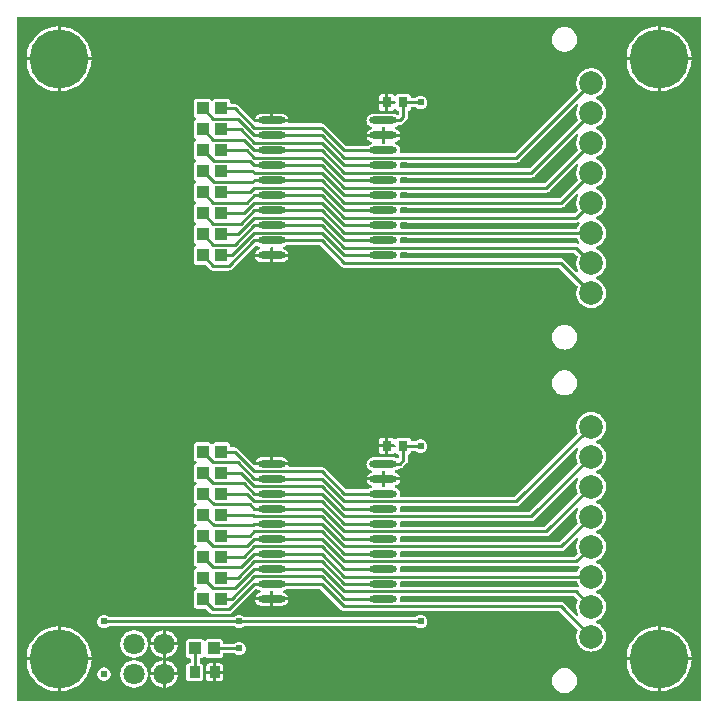
<source format=gtl>
G04 Layer: TopLayer*
G04 Panelize: , Column: 2, Row: 2, Board Size: 58.42mm x 58.42mm, Panelized Board Size: 118.84mm x 118.84mm*
G04 EasyEDA v6.5.34, 2023-09-06 22:34:46*
G04 a2432957869647e6a6caa226728471f4,5a6b42c53f6a479593ecc07194224c93,10*
G04 Gerber Generator version 0.2*
G04 Scale: 100 percent, Rotated: No, Reflected: No *
G04 Dimensions in millimeters *
G04 leading zeros omitted , absolute positions ,4 integer and 5 decimal *
%FSLAX45Y45*%
%MOMM*%

%ADD10C,0.2540*%
%ADD11O,2.3599902X0.5949949999999999*%
%ADD12R,1.0000X1.1000*%
%ADD13R,0.8999X1.0000*%
%ADD14R,0.8000X0.9000*%
%ADD15C,5.0000*%
%ADD16C,2.0000*%
%ADD17C,1.8000*%
%ADD18C,0.6096*%
%ADD19C,0.0127*%

%LPD*%
G36*
X36068Y25908D02*
G01*
X32156Y26670D01*
X28905Y28905D01*
X26670Y32156D01*
X25908Y36068D01*
X25908Y5805932D01*
X26670Y5809792D01*
X28905Y5813094D01*
X32156Y5815330D01*
X36068Y5816092D01*
X5805932Y5815584D01*
X5809843Y5814822D01*
X5813094Y5812637D01*
X5815330Y5809335D01*
X5816092Y5805424D01*
X5816092Y36068D01*
X5815330Y32156D01*
X5813094Y28905D01*
X5809843Y26670D01*
X5805932Y25908D01*
G37*

%LPC*%
G36*
X4660900Y5521604D02*
G01*
X4674717Y5522518D01*
X4688281Y5525211D01*
X4701438Y5529681D01*
X4713833Y5535777D01*
X4725365Y5543499D01*
X4735779Y5552643D01*
X4744923Y5563057D01*
X4752594Y5574538D01*
X4758740Y5586984D01*
X4763160Y5600090D01*
X4765903Y5613654D01*
X4766767Y5627471D01*
X4765903Y5641340D01*
X4763160Y5654903D01*
X4758740Y5668010D01*
X4752594Y5680456D01*
X4744923Y5691936D01*
X4735779Y5702350D01*
X4725365Y5711494D01*
X4713833Y5719216D01*
X4701438Y5725312D01*
X4688281Y5729782D01*
X4674717Y5732475D01*
X4660900Y5733389D01*
X4647082Y5732475D01*
X4633518Y5729782D01*
X4620361Y5725312D01*
X4607966Y5719216D01*
X4596434Y5711494D01*
X4586020Y5702350D01*
X4576876Y5691936D01*
X4569206Y5680456D01*
X4563059Y5668010D01*
X4558639Y5654903D01*
X4555896Y5641340D01*
X4555032Y5627471D01*
X4555896Y5613654D01*
X4558639Y5600090D01*
X4563059Y5586984D01*
X4569206Y5574538D01*
X4576876Y5563057D01*
X4586020Y5552643D01*
X4596434Y5543499D01*
X4607966Y5535777D01*
X4620361Y5529681D01*
X4633518Y5525211D01*
X4647082Y5522518D01*
G37*
G36*
X368300Y105562D02*
G01*
X368300Y368300D01*
X105664Y368300D01*
X106070Y357936D01*
X108966Y334975D01*
X113792Y312369D01*
X120446Y290271D01*
X128981Y268782D01*
X139242Y248107D01*
X151180Y228295D01*
X164795Y209600D01*
X179882Y192125D01*
X196392Y175971D01*
X214172Y161239D01*
X233171Y148031D01*
X253187Y136499D01*
X274066Y126644D01*
X295757Y118618D01*
X318008Y112369D01*
X340715Y108051D01*
X363677Y105664D01*
G37*
G36*
X5448300Y105562D02*
G01*
X5448300Y368300D01*
X5185664Y368300D01*
X5186070Y357936D01*
X5188966Y334975D01*
X5193792Y312369D01*
X5200446Y290271D01*
X5208981Y268782D01*
X5219242Y248107D01*
X5231180Y228295D01*
X5244795Y209600D01*
X5259882Y192125D01*
X5276392Y175971D01*
X5294172Y161239D01*
X5313172Y148031D01*
X5333187Y136499D01*
X5354066Y126644D01*
X5375757Y118618D01*
X5398008Y112369D01*
X5420715Y108051D01*
X5443677Y105664D01*
G37*
G36*
X5473700Y105613D02*
G01*
X5489854Y106629D01*
X5512714Y109982D01*
X5535218Y115265D01*
X5557164Y122428D01*
X5578500Y131368D01*
X5598972Y142087D01*
X5618480Y154432D01*
X5636869Y168402D01*
X5654040Y183896D01*
X5669838Y200710D01*
X5684215Y218846D01*
X5697016Y238099D01*
X5708142Y258317D01*
X5717540Y279450D01*
X5725109Y301244D01*
X5730849Y323646D01*
X5734710Y346405D01*
X5736590Y368300D01*
X5473700Y368300D01*
G37*
G36*
X393700Y105613D02*
G01*
X409854Y106629D01*
X432714Y109982D01*
X455218Y115265D01*
X477164Y122428D01*
X498500Y131368D01*
X518972Y142087D01*
X538480Y154432D01*
X556869Y168402D01*
X574040Y183896D01*
X589838Y200710D01*
X604215Y218846D01*
X617016Y238099D01*
X628142Y258317D01*
X637540Y279450D01*
X645109Y301244D01*
X650849Y323646D01*
X654710Y346405D01*
X656590Y368300D01*
X393700Y368300D01*
G37*
G36*
X1008735Y138328D02*
G01*
X1023264Y138328D01*
X1037691Y140157D01*
X1051814Y143764D01*
X1065326Y149148D01*
X1078077Y156159D01*
X1089863Y164693D01*
X1100480Y174650D01*
X1109776Y185877D01*
X1117549Y198170D01*
X1123746Y211328D01*
X1128268Y225196D01*
X1130960Y239471D01*
X1131874Y254000D01*
X1130960Y268528D01*
X1128268Y282803D01*
X1123746Y296672D01*
X1117549Y309829D01*
X1109776Y322122D01*
X1100480Y333349D01*
X1089863Y343306D01*
X1078077Y351840D01*
X1065326Y358851D01*
X1051814Y364236D01*
X1037691Y367842D01*
X1023264Y369671D01*
X1008735Y369671D01*
X994308Y367842D01*
X980186Y364236D01*
X966673Y358851D01*
X953922Y351840D01*
X942136Y343306D01*
X931519Y333349D01*
X922223Y322122D01*
X914450Y309829D01*
X908253Y296672D01*
X903732Y282803D01*
X901039Y268528D01*
X900125Y254000D01*
X901039Y239471D01*
X903732Y225196D01*
X908253Y211328D01*
X914450Y198170D01*
X922223Y185877D01*
X931519Y174650D01*
X942136Y164693D01*
X953922Y156159D01*
X966673Y149148D01*
X980186Y143764D01*
X994308Y140157D01*
G37*
G36*
X1257300Y139039D02*
G01*
X1257300Y241300D01*
X1154887Y241300D01*
X1155039Y239471D01*
X1157732Y225196D01*
X1162253Y211328D01*
X1168450Y198170D01*
X1176223Y185877D01*
X1185519Y174650D01*
X1196136Y164693D01*
X1207922Y156159D01*
X1220673Y149148D01*
X1234186Y143764D01*
X1248308Y140157D01*
G37*
G36*
X1282700Y139039D02*
G01*
X1291691Y140157D01*
X1305814Y143764D01*
X1319326Y149148D01*
X1332077Y156159D01*
X1343863Y164693D01*
X1354480Y174650D01*
X1363776Y185877D01*
X1371549Y198170D01*
X1377746Y211328D01*
X1382268Y225196D01*
X1384960Y239471D01*
X1385112Y241300D01*
X1282700Y241300D01*
G37*
G36*
X1653489Y190804D02*
G01*
X1685188Y190804D01*
X1685188Y254000D01*
X1627022Y254000D01*
X1627022Y217271D01*
X1627733Y210972D01*
X1629613Y205486D01*
X1632712Y200609D01*
X1636776Y196494D01*
X1641703Y193395D01*
X1647139Y191516D01*
G37*
G36*
X1710588Y190804D02*
G01*
X1742338Y190804D01*
X1748637Y191516D01*
X1754124Y193395D01*
X1759000Y196494D01*
X1763115Y200609D01*
X1766214Y205486D01*
X1768093Y210972D01*
X1768805Y217271D01*
X1768805Y254000D01*
X1710588Y254000D01*
G37*
G36*
X1483461Y190804D02*
G01*
X1572310Y190804D01*
X1578660Y191516D01*
X1584096Y193395D01*
X1589024Y196494D01*
X1593088Y200609D01*
X1596186Y205486D01*
X1598117Y210972D01*
X1598828Y217271D01*
X1598828Y316128D01*
X1598117Y322478D01*
X1596186Y327914D01*
X1593088Y332841D01*
X1589024Y336905D01*
X1584096Y340004D01*
X1578305Y342036D01*
X1574800Y344170D01*
X1572361Y347522D01*
X1571548Y351586D01*
X1571548Y378815D01*
X1572209Y382473D01*
X1574139Y385673D01*
X1577136Y387908D01*
X1580692Y388924D01*
X1588719Y389737D01*
X1594104Y391617D01*
X1599031Y394716D01*
X1603095Y398780D01*
X1604314Y400659D01*
X1607108Y403606D01*
X1610868Y405231D01*
X1614932Y405231D01*
X1618691Y403606D01*
X1621485Y400659D01*
X1622704Y398780D01*
X1626768Y394716D01*
X1631696Y391617D01*
X1637131Y389686D01*
X1643481Y388975D01*
X1742338Y388975D01*
X1748637Y389686D01*
X1754124Y391617D01*
X1759000Y394716D01*
X1763115Y398780D01*
X1766163Y403707D01*
X1768093Y409143D01*
X1768805Y415493D01*
X1768805Y421132D01*
X1769567Y425043D01*
X1771802Y428294D01*
X1775053Y430530D01*
X1778965Y431292D01*
X1859991Y431292D01*
X1863902Y430530D01*
X1867204Y428294D01*
X1868779Y426720D01*
X1876806Y421081D01*
X1885746Y416966D01*
X1895195Y414426D01*
X1905000Y413562D01*
X1914804Y414426D01*
X1924253Y416966D01*
X1933193Y421081D01*
X1941220Y426720D01*
X1948180Y433679D01*
X1953818Y441706D01*
X1957933Y450646D01*
X1960473Y460095D01*
X1961337Y469900D01*
X1960473Y479704D01*
X1957933Y489153D01*
X1953818Y498093D01*
X1948180Y506120D01*
X1941220Y513080D01*
X1933193Y518718D01*
X1924253Y522833D01*
X1914804Y525373D01*
X1905000Y526237D01*
X1895195Y525373D01*
X1885746Y522833D01*
X1876806Y518718D01*
X1868779Y513080D01*
X1867204Y511505D01*
X1863902Y509270D01*
X1859991Y508508D01*
X1778965Y508508D01*
X1775053Y509270D01*
X1771802Y511505D01*
X1769567Y514756D01*
X1768805Y518668D01*
X1768805Y524306D01*
X1768093Y530656D01*
X1766163Y536092D01*
X1763115Y541020D01*
X1759000Y545084D01*
X1754124Y548182D01*
X1748637Y550113D01*
X1742338Y550824D01*
X1643481Y550824D01*
X1637131Y550113D01*
X1631696Y548182D01*
X1626768Y545084D01*
X1622704Y541020D01*
X1621485Y539140D01*
X1618691Y536194D01*
X1614932Y534568D01*
X1610868Y534568D01*
X1607108Y536194D01*
X1604314Y539140D01*
X1603095Y541020D01*
X1599031Y545084D01*
X1594104Y548182D01*
X1588668Y550113D01*
X1582318Y550824D01*
X1483461Y550824D01*
X1477162Y550113D01*
X1471676Y548182D01*
X1466799Y545084D01*
X1462684Y541020D01*
X1459636Y536092D01*
X1457706Y530656D01*
X1456994Y524306D01*
X1456994Y415493D01*
X1457706Y409143D01*
X1459636Y403707D01*
X1462684Y398780D01*
X1466799Y394716D01*
X1471676Y391617D01*
X1477060Y389737D01*
X1485138Y388924D01*
X1488694Y387908D01*
X1491691Y385673D01*
X1493621Y382473D01*
X1494332Y378815D01*
X1494332Y352755D01*
X1493621Y349097D01*
X1491691Y345948D01*
X1488694Y343712D01*
X1485138Y342646D01*
X1477111Y341884D01*
X1471676Y340004D01*
X1466799Y336905D01*
X1462684Y332841D01*
X1459636Y327914D01*
X1457706Y322478D01*
X1456994Y316128D01*
X1456994Y217271D01*
X1457706Y210972D01*
X1459636Y205486D01*
X1462684Y200609D01*
X1466799Y196494D01*
X1471676Y193395D01*
X1477162Y191516D01*
G37*
G36*
X762000Y197662D02*
G01*
X771804Y198526D01*
X781253Y201066D01*
X790194Y205181D01*
X798220Y210820D01*
X805180Y217779D01*
X810818Y225806D01*
X814933Y234746D01*
X817473Y244195D01*
X818337Y254000D01*
X817473Y263804D01*
X814933Y273253D01*
X810818Y282194D01*
X805180Y290220D01*
X798220Y297180D01*
X790194Y302818D01*
X781253Y306933D01*
X771804Y309473D01*
X762000Y310337D01*
X752195Y309473D01*
X742746Y306933D01*
X733806Y302818D01*
X725779Y297180D01*
X718820Y290220D01*
X713181Y282194D01*
X709066Y273253D01*
X706526Y263804D01*
X705662Y254000D01*
X706526Y244195D01*
X709066Y234746D01*
X713181Y225806D01*
X718820Y217779D01*
X725779Y210820D01*
X733806Y205181D01*
X742746Y201066D01*
X752195Y198526D01*
G37*
G36*
X1154887Y266700D02*
G01*
X1257300Y266700D01*
X1257300Y368960D01*
X1248308Y367842D01*
X1234186Y364236D01*
X1220673Y358851D01*
X1207922Y351840D01*
X1196136Y343306D01*
X1185519Y333349D01*
X1176223Y322122D01*
X1168450Y309829D01*
X1162253Y296672D01*
X1157732Y282803D01*
X1155039Y268528D01*
G37*
G36*
X1282700Y266700D02*
G01*
X1385112Y266700D01*
X1384960Y268528D01*
X1382268Y282803D01*
X1377746Y296672D01*
X1371549Y309829D01*
X1363776Y322122D01*
X1354480Y333349D01*
X1343863Y343306D01*
X1332077Y351840D01*
X1319326Y358851D01*
X1305814Y364236D01*
X1291691Y367842D01*
X1282700Y368960D01*
G37*
G36*
X1710588Y279400D02*
G01*
X1768805Y279400D01*
X1768805Y316128D01*
X1768093Y322478D01*
X1766214Y327914D01*
X1763115Y332841D01*
X1759000Y336905D01*
X1754124Y340004D01*
X1748637Y341884D01*
X1742338Y342595D01*
X1710588Y342595D01*
G37*
G36*
X1627022Y279400D02*
G01*
X1685188Y279400D01*
X1685188Y342595D01*
X1653489Y342595D01*
X1647139Y341884D01*
X1641703Y340004D01*
X1636776Y336905D01*
X1632712Y332841D01*
X1629613Y327914D01*
X1627733Y322478D01*
X1627022Y316128D01*
G37*
G36*
X393700Y5473700D02*
G01*
X656590Y5473700D01*
X654710Y5495594D01*
X650849Y5518353D01*
X645109Y5540756D01*
X637540Y5562549D01*
X628142Y5583682D01*
X617016Y5603900D01*
X604215Y5623153D01*
X589838Y5641289D01*
X574040Y5658104D01*
X556869Y5673598D01*
X538480Y5687568D01*
X518972Y5699912D01*
X498500Y5710631D01*
X477164Y5719572D01*
X455218Y5726734D01*
X432714Y5732018D01*
X409854Y5735370D01*
X393700Y5736386D01*
G37*
G36*
X1008735Y392328D02*
G01*
X1023264Y392328D01*
X1037691Y394157D01*
X1051814Y397764D01*
X1065326Y403148D01*
X1078077Y410159D01*
X1089863Y418693D01*
X1100480Y428650D01*
X1109776Y439877D01*
X1117549Y452170D01*
X1123746Y465328D01*
X1128268Y479196D01*
X1130960Y493471D01*
X1131874Y508000D01*
X1130960Y522528D01*
X1128268Y536803D01*
X1123746Y550672D01*
X1117549Y563829D01*
X1109776Y576122D01*
X1100480Y587349D01*
X1089863Y597306D01*
X1078077Y605840D01*
X1065326Y612851D01*
X1051814Y618236D01*
X1037691Y621842D01*
X1023264Y623671D01*
X1008735Y623671D01*
X994308Y621842D01*
X980186Y618236D01*
X966673Y612851D01*
X953922Y605840D01*
X942136Y597306D01*
X931519Y587349D01*
X922223Y576122D01*
X914450Y563829D01*
X908253Y550672D01*
X903732Y536803D01*
X901039Y522528D01*
X900125Y508000D01*
X901039Y493471D01*
X903732Y479196D01*
X908253Y465328D01*
X914450Y452170D01*
X922223Y439877D01*
X931519Y428650D01*
X942136Y418693D01*
X953922Y410159D01*
X966673Y403148D01*
X980186Y397764D01*
X994308Y394157D01*
G37*
G36*
X1257300Y393039D02*
G01*
X1257300Y495300D01*
X1154887Y495300D01*
X1155039Y493471D01*
X1157732Y479196D01*
X1162253Y465328D01*
X1168450Y452170D01*
X1176223Y439877D01*
X1185519Y428650D01*
X1196136Y418693D01*
X1207922Y410159D01*
X1220673Y403148D01*
X1234186Y397764D01*
X1248308Y394157D01*
G37*
G36*
X1282700Y393039D02*
G01*
X1291691Y394157D01*
X1305814Y397764D01*
X1319326Y403148D01*
X1332077Y410159D01*
X1343863Y418693D01*
X1354480Y428650D01*
X1363776Y439877D01*
X1371549Y452170D01*
X1377746Y465328D01*
X1382268Y479196D01*
X1384960Y493471D01*
X1385112Y495300D01*
X1282700Y495300D01*
G37*
G36*
X5185664Y393700D02*
G01*
X5448300Y393700D01*
X5448300Y656437D01*
X5443677Y656336D01*
X5420715Y653948D01*
X5398008Y649630D01*
X5375757Y643382D01*
X5354066Y635355D01*
X5333187Y625500D01*
X5313172Y613968D01*
X5294172Y600760D01*
X5276392Y586028D01*
X5259882Y569874D01*
X5244795Y552348D01*
X5231180Y533704D01*
X5219242Y513892D01*
X5208981Y493217D01*
X5200446Y471728D01*
X5193792Y449630D01*
X5188966Y427024D01*
X5186070Y404063D01*
G37*
G36*
X105664Y393700D02*
G01*
X368300Y393700D01*
X368300Y656437D01*
X363677Y656336D01*
X340715Y653948D01*
X318008Y649630D01*
X295757Y643382D01*
X274066Y635355D01*
X253187Y625500D01*
X233171Y613968D01*
X214172Y600760D01*
X196392Y586028D01*
X179882Y569874D01*
X164795Y552348D01*
X151180Y533704D01*
X139242Y513892D01*
X128981Y493217D01*
X120446Y471728D01*
X113792Y449630D01*
X108966Y427024D01*
X106070Y404063D01*
G37*
G36*
X5473700Y393700D02*
G01*
X5736590Y393700D01*
X5734710Y415594D01*
X5730849Y438353D01*
X5725109Y460756D01*
X5717540Y482549D01*
X5708142Y503682D01*
X5697016Y523900D01*
X5684215Y543153D01*
X5669838Y561289D01*
X5654040Y578104D01*
X5636869Y593598D01*
X5618480Y607568D01*
X5598972Y619912D01*
X5578500Y630631D01*
X5557164Y639572D01*
X5535218Y646734D01*
X5512714Y652018D01*
X5489854Y655370D01*
X5473700Y656386D01*
G37*
G36*
X393700Y393700D02*
G01*
X656590Y393700D01*
X654710Y415594D01*
X650849Y438353D01*
X645109Y460756D01*
X637540Y482549D01*
X628142Y503682D01*
X617016Y523900D01*
X604215Y543153D01*
X589838Y561289D01*
X574040Y578104D01*
X556869Y593598D01*
X538480Y607568D01*
X518972Y619912D01*
X498500Y630631D01*
X477164Y639572D01*
X455218Y646734D01*
X432714Y652018D01*
X409854Y655370D01*
X393700Y656386D01*
G37*
G36*
X5473700Y5473700D02*
G01*
X5736590Y5473700D01*
X5734710Y5495594D01*
X5730849Y5518353D01*
X5725109Y5540756D01*
X5717540Y5562549D01*
X5708142Y5583682D01*
X5697016Y5603900D01*
X5684215Y5623153D01*
X5669838Y5641289D01*
X5654040Y5658104D01*
X5636869Y5673598D01*
X5618480Y5687568D01*
X5598972Y5699912D01*
X5578500Y5710631D01*
X5557164Y5719572D01*
X5535218Y5726734D01*
X5512714Y5732018D01*
X5489854Y5735370D01*
X5473700Y5736386D01*
G37*
G36*
X4885893Y443738D02*
G01*
X4901082Y444652D01*
X4916017Y447395D01*
X4930546Y451916D01*
X4944414Y458114D01*
X4957419Y465988D01*
X4969408Y475386D01*
X4980127Y486105D01*
X4989525Y498093D01*
X4997399Y511098D01*
X5003596Y524967D01*
X5008118Y539496D01*
X5010861Y554431D01*
X5011775Y569620D01*
X5010861Y584758D01*
X5008118Y599744D01*
X5003596Y614222D01*
X4997399Y628091D01*
X4989525Y641096D01*
X4980127Y653084D01*
X4969408Y663854D01*
X4957419Y673201D01*
X4944414Y681075D01*
X4930495Y687324D01*
X4927346Y689559D01*
X4925212Y692810D01*
X4924501Y696620D01*
X4925212Y700379D01*
X4927346Y703630D01*
X4930495Y705866D01*
X4944414Y712114D01*
X4957419Y719988D01*
X4969408Y729386D01*
X4980127Y740105D01*
X4989525Y752094D01*
X4997399Y765098D01*
X5003596Y778967D01*
X5008118Y793496D01*
X5010861Y808431D01*
X5011775Y823620D01*
X5010861Y838758D01*
X5008118Y853744D01*
X5003596Y868222D01*
X4997399Y882091D01*
X4989525Y895096D01*
X4980127Y907084D01*
X4969408Y917854D01*
X4957419Y927201D01*
X4944414Y935075D01*
X4930495Y941324D01*
X4927346Y943559D01*
X4925212Y946810D01*
X4924501Y950620D01*
X4925212Y954379D01*
X4927346Y957630D01*
X4930495Y959866D01*
X4944414Y966114D01*
X4957419Y973988D01*
X4969408Y983386D01*
X4980127Y994105D01*
X4989525Y1006094D01*
X4997399Y1019098D01*
X5003596Y1032967D01*
X5008118Y1047496D01*
X5010861Y1062431D01*
X5011775Y1077620D01*
X5010861Y1092758D01*
X5008118Y1107744D01*
X5003596Y1122222D01*
X4997399Y1136091D01*
X4989525Y1149096D01*
X4980127Y1161084D01*
X4969408Y1171854D01*
X4957419Y1181201D01*
X4944414Y1189075D01*
X4930495Y1195324D01*
X4927346Y1197559D01*
X4925212Y1200810D01*
X4924501Y1204620D01*
X4925212Y1208379D01*
X4927346Y1211630D01*
X4930495Y1213866D01*
X4944414Y1220114D01*
X4957419Y1227988D01*
X4969408Y1237386D01*
X4980127Y1248105D01*
X4989525Y1260094D01*
X4997399Y1273098D01*
X5003596Y1286967D01*
X5008118Y1301496D01*
X5010861Y1316431D01*
X5011775Y1331620D01*
X5010861Y1346758D01*
X5008118Y1361744D01*
X5003596Y1376222D01*
X4997399Y1390091D01*
X4989525Y1403096D01*
X4980127Y1415084D01*
X4969408Y1425854D01*
X4957419Y1435201D01*
X4944414Y1443075D01*
X4930495Y1449324D01*
X4927346Y1451559D01*
X4925212Y1454810D01*
X4924501Y1458620D01*
X4925212Y1462379D01*
X4927346Y1465630D01*
X4930495Y1467866D01*
X4944414Y1474114D01*
X4957419Y1481988D01*
X4969408Y1491386D01*
X4980127Y1502105D01*
X4989525Y1514094D01*
X4997399Y1527098D01*
X5003596Y1540967D01*
X5008118Y1555496D01*
X5010861Y1570431D01*
X5011775Y1585620D01*
X5010861Y1600758D01*
X5008118Y1615744D01*
X5003596Y1630222D01*
X4997399Y1644091D01*
X4989525Y1657096D01*
X4980127Y1669084D01*
X4969408Y1679854D01*
X4957419Y1689201D01*
X4944414Y1697075D01*
X4930495Y1703324D01*
X4927346Y1705559D01*
X4925212Y1708810D01*
X4924501Y1712620D01*
X4925212Y1716379D01*
X4927346Y1719630D01*
X4930495Y1721866D01*
X4944414Y1728114D01*
X4957419Y1735988D01*
X4969408Y1745386D01*
X4980127Y1756105D01*
X4989525Y1768093D01*
X4997399Y1781098D01*
X5003596Y1794967D01*
X5008118Y1809496D01*
X5010861Y1824431D01*
X5011775Y1839620D01*
X5010861Y1854758D01*
X5008118Y1869744D01*
X5003596Y1884222D01*
X4997399Y1898091D01*
X4989525Y1911096D01*
X4980127Y1923084D01*
X4969408Y1933854D01*
X4957419Y1943201D01*
X4944414Y1951075D01*
X4930495Y1957324D01*
X4927346Y1959559D01*
X4925212Y1962810D01*
X4924501Y1966620D01*
X4925212Y1970379D01*
X4927346Y1973630D01*
X4930495Y1975866D01*
X4944414Y1982114D01*
X4957419Y1989988D01*
X4969408Y1999386D01*
X4980127Y2010105D01*
X4989525Y2022093D01*
X4997399Y2035098D01*
X5003596Y2048967D01*
X5008118Y2063496D01*
X5010861Y2078431D01*
X5011775Y2093620D01*
X5010861Y2108758D01*
X5008118Y2123744D01*
X5003596Y2138222D01*
X4997399Y2152091D01*
X4989525Y2165096D01*
X4980127Y2177084D01*
X4969408Y2187854D01*
X4957419Y2197201D01*
X4944414Y2205075D01*
X4930495Y2211324D01*
X4927346Y2213559D01*
X4925212Y2216810D01*
X4924501Y2220620D01*
X4925212Y2224379D01*
X4927346Y2227630D01*
X4930495Y2229866D01*
X4944414Y2236114D01*
X4957419Y2243988D01*
X4969408Y2253386D01*
X4980127Y2264105D01*
X4989525Y2276094D01*
X4997399Y2289098D01*
X5003596Y2302967D01*
X5008118Y2317496D01*
X5010861Y2332431D01*
X5011775Y2347620D01*
X5010861Y2362758D01*
X5008118Y2377744D01*
X5003596Y2392222D01*
X4997399Y2406091D01*
X4989525Y2419096D01*
X4980127Y2431084D01*
X4969408Y2441854D01*
X4957419Y2451201D01*
X4944414Y2459075D01*
X4930546Y2465324D01*
X4916017Y2469845D01*
X4901082Y2472588D01*
X4885893Y2473502D01*
X4870754Y2472588D01*
X4855768Y2469845D01*
X4841290Y2465324D01*
X4827422Y2459075D01*
X4814417Y2451201D01*
X4802428Y2441854D01*
X4791659Y2431084D01*
X4782312Y2419096D01*
X4774438Y2406091D01*
X4768189Y2392222D01*
X4763668Y2377744D01*
X4760925Y2362758D01*
X4760010Y2347620D01*
X4760925Y2332431D01*
X4763668Y2317496D01*
X4768189Y2302967D01*
X4771034Y2296617D01*
X4771948Y2292654D01*
X4771237Y2288641D01*
X4769002Y2285238D01*
X4239818Y1756105D01*
X4236516Y1753870D01*
X4232605Y1753107D01*
X3279495Y1753107D01*
X3275888Y1753768D01*
X3272688Y1755698D01*
X3270453Y1758645D01*
X3269386Y1762201D01*
X3269691Y1765909D01*
X3270351Y1768348D01*
X3271215Y1778000D01*
X3270351Y1787652D01*
X3267862Y1796999D01*
X3263747Y1805787D01*
X3258159Y1813763D01*
X3251301Y1820621D01*
X3243376Y1826158D01*
X3234588Y1830273D01*
X3229305Y1831695D01*
X3225393Y1833727D01*
X3222701Y1837182D01*
X3221786Y1841500D01*
X3222701Y1845818D01*
X3225393Y1849272D01*
X3229305Y1851304D01*
X3234588Y1852726D01*
X3243376Y1856841D01*
X3251301Y1862378D01*
X3258159Y1869236D01*
X3263747Y1877212D01*
X3267862Y1886000D01*
X3269538Y1892300D01*
X3139998Y1892300D01*
X3139998Y1843836D01*
X3139236Y1839925D01*
X3137052Y1836623D01*
X3133750Y1834438D01*
X3129889Y1833676D01*
X3124809Y1833676D01*
X3120898Y1834438D01*
X3117596Y1836623D01*
X3115411Y1839925D01*
X3114598Y1843836D01*
X3114598Y1892300D01*
X2985109Y1892300D01*
X2986786Y1886000D01*
X2990900Y1877212D01*
X2996488Y1869236D01*
X3003346Y1862378D01*
X3011271Y1856841D01*
X3020060Y1852726D01*
X3025343Y1851304D01*
X3029254Y1849272D01*
X3031947Y1845818D01*
X3032861Y1841500D01*
X3031947Y1837182D01*
X3029254Y1833727D01*
X3025343Y1831695D01*
X3020060Y1830273D01*
X3011271Y1826158D01*
X2999028Y1817370D01*
X2995117Y1816607D01*
X2814218Y1816607D01*
X2810357Y1817370D01*
X2807055Y1819605D01*
X2631186Y1995424D01*
X2624937Y2000554D01*
X2618282Y2004110D01*
X2611069Y2006295D01*
X2603042Y2007107D01*
X2333498Y2007107D01*
X2329891Y2007768D01*
X2326690Y2009698D01*
X2324455Y2012645D01*
X2323388Y2016201D01*
X2323642Y2019300D01*
X2194052Y2019300D01*
X2194052Y2017268D01*
X2193239Y2013356D01*
X2191054Y2010105D01*
X2187752Y2007870D01*
X2183892Y2007107D01*
X2178812Y2007107D01*
X2174900Y2007870D01*
X2171598Y2010105D01*
X2169414Y2013356D01*
X2168652Y2017268D01*
X2168652Y2019300D01*
X2040026Y2019300D01*
X2036165Y2020062D01*
X2032863Y2022297D01*
X2027783Y2027377D01*
X2025548Y2030628D01*
X2025345Y2031796D01*
X2024075Y2032101D01*
X2020874Y2034235D01*
X1894586Y2160524D01*
X1888337Y2165654D01*
X1881682Y2169210D01*
X1874469Y2171395D01*
X1866442Y2172208D01*
X1842516Y2172208D01*
X1838604Y2172970D01*
X1835302Y2175205D01*
X1833118Y2178456D01*
X1832356Y2182368D01*
X1832356Y2188006D01*
X1831593Y2194356D01*
X1829714Y2199792D01*
X1826615Y2204720D01*
X1822551Y2208784D01*
X1817624Y2211882D01*
X1812188Y2213813D01*
X1805838Y2214524D01*
X1706981Y2214524D01*
X1700682Y2213813D01*
X1695196Y2211882D01*
X1690319Y2208784D01*
X1686204Y2204720D01*
X1685036Y2202840D01*
X1682191Y2199894D01*
X1678482Y2198268D01*
X1674368Y2198268D01*
X1670659Y2199894D01*
X1667814Y2202840D01*
X1666646Y2204720D01*
X1662531Y2208784D01*
X1657654Y2211882D01*
X1652168Y2213813D01*
X1645869Y2214524D01*
X1547012Y2214524D01*
X1540662Y2213813D01*
X1535226Y2211882D01*
X1530299Y2208784D01*
X1526235Y2204720D01*
X1523136Y2199792D01*
X1521256Y2194356D01*
X1520545Y2188006D01*
X1520545Y2079193D01*
X1521256Y2072843D01*
X1523136Y2067407D01*
X1526235Y2062480D01*
X1530299Y2058416D01*
X1535226Y2055317D01*
X1538173Y2054301D01*
X1541729Y2052167D01*
X1544116Y2048764D01*
X1544980Y2044700D01*
X1544116Y2040636D01*
X1541729Y2037232D01*
X1538173Y2035098D01*
X1535226Y2034082D01*
X1530299Y2030984D01*
X1526235Y2026920D01*
X1523136Y2021992D01*
X1521256Y2016556D01*
X1520545Y2010206D01*
X1520545Y1901393D01*
X1521256Y1895043D01*
X1523136Y1889607D01*
X1526235Y1884680D01*
X1530299Y1880616D01*
X1535226Y1877517D01*
X1538173Y1876501D01*
X1541729Y1874367D01*
X1544116Y1870964D01*
X1544980Y1866900D01*
X1544116Y1862836D01*
X1541729Y1859432D01*
X1538173Y1857298D01*
X1535226Y1856282D01*
X1530299Y1853184D01*
X1526235Y1849120D01*
X1523136Y1844192D01*
X1521256Y1838756D01*
X1520545Y1832406D01*
X1520545Y1723593D01*
X1521256Y1717243D01*
X1523136Y1711807D01*
X1526235Y1706880D01*
X1530299Y1702816D01*
X1535226Y1699717D01*
X1538173Y1698701D01*
X1541729Y1696567D01*
X1544116Y1693164D01*
X1544980Y1689100D01*
X1544116Y1685036D01*
X1541729Y1681632D01*
X1538173Y1679498D01*
X1535226Y1678482D01*
X1530299Y1675384D01*
X1526235Y1671320D01*
X1523136Y1666392D01*
X1521256Y1660956D01*
X1520545Y1654606D01*
X1520545Y1545793D01*
X1521256Y1539443D01*
X1523136Y1534007D01*
X1526235Y1529080D01*
X1530299Y1525016D01*
X1535226Y1521917D01*
X1538173Y1520901D01*
X1541729Y1518767D01*
X1544116Y1515364D01*
X1544980Y1511300D01*
X1544116Y1507236D01*
X1541729Y1503832D01*
X1538173Y1501698D01*
X1535226Y1500682D01*
X1530299Y1497584D01*
X1526235Y1493520D01*
X1523136Y1488592D01*
X1521256Y1483156D01*
X1520545Y1476806D01*
X1520545Y1367993D01*
X1521256Y1361643D01*
X1523136Y1356207D01*
X1526235Y1351280D01*
X1530299Y1347216D01*
X1535226Y1344117D01*
X1538173Y1343101D01*
X1541729Y1340967D01*
X1544116Y1337564D01*
X1544980Y1333500D01*
X1544116Y1329436D01*
X1541729Y1326032D01*
X1538173Y1323898D01*
X1535226Y1322882D01*
X1530299Y1319784D01*
X1526235Y1315720D01*
X1523136Y1310792D01*
X1521256Y1305356D01*
X1520545Y1299006D01*
X1520545Y1190193D01*
X1521256Y1183843D01*
X1523136Y1178407D01*
X1526235Y1173480D01*
X1530299Y1169416D01*
X1535226Y1166317D01*
X1538173Y1165301D01*
X1541729Y1163167D01*
X1544116Y1159764D01*
X1544980Y1155700D01*
X1544116Y1151636D01*
X1541729Y1148232D01*
X1538173Y1146098D01*
X1535226Y1145082D01*
X1530299Y1141984D01*
X1526235Y1137920D01*
X1523136Y1132992D01*
X1521256Y1127556D01*
X1520545Y1121206D01*
X1520545Y1012393D01*
X1521256Y1006043D01*
X1523136Y1000607D01*
X1526235Y995680D01*
X1530299Y991616D01*
X1535226Y988517D01*
X1538173Y987501D01*
X1541729Y985367D01*
X1544116Y981964D01*
X1544980Y977900D01*
X1544116Y973836D01*
X1541729Y970432D01*
X1538173Y968298D01*
X1535226Y967282D01*
X1530299Y964184D01*
X1526235Y960119D01*
X1523136Y955192D01*
X1521256Y949756D01*
X1520545Y943406D01*
X1520545Y834593D01*
X1521256Y828243D01*
X1523136Y822807D01*
X1526235Y817880D01*
X1530299Y813816D01*
X1535226Y810717D01*
X1540662Y808786D01*
X1547012Y808075D01*
X1618538Y808075D01*
X1622450Y807313D01*
X1625752Y805129D01*
X1657705Y773176D01*
X1663903Y768045D01*
X1670608Y764489D01*
X1677822Y762304D01*
X1685848Y761492D01*
X1815642Y761492D01*
X1823669Y762304D01*
X1830882Y764489D01*
X1837537Y768045D01*
X1843786Y773176D01*
X2043480Y972870D01*
X2046376Y974902D01*
X2049780Y975817D01*
X2053336Y975512D01*
X2056536Y973988D01*
X2065274Y967841D01*
X2074062Y963726D01*
X2079345Y962304D01*
X2083257Y960272D01*
X2085949Y956818D01*
X2086914Y952500D01*
X2085949Y948182D01*
X2083257Y944727D01*
X2079345Y942695D01*
X2074062Y941273D01*
X2065274Y937158D01*
X2057349Y931621D01*
X2050491Y924763D01*
X2044903Y916787D01*
X2040788Y907999D01*
X2039112Y901700D01*
X2168652Y901700D01*
X2168652Y950163D01*
X2169414Y954074D01*
X2171598Y957376D01*
X2174900Y959561D01*
X2178812Y960323D01*
X2183892Y960323D01*
X2187752Y959561D01*
X2191054Y957376D01*
X2193239Y954074D01*
X2194052Y950163D01*
X2194052Y901700D01*
X2323541Y901700D01*
X2321864Y907999D01*
X2317750Y916787D01*
X2312162Y924763D01*
X2305304Y931621D01*
X2297379Y937158D01*
X2288590Y941273D01*
X2283307Y942695D01*
X2279396Y944727D01*
X2276703Y948182D01*
X2275738Y952500D01*
X2276703Y956818D01*
X2279396Y960272D01*
X2283307Y962304D01*
X2288590Y963726D01*
X2297379Y967841D01*
X2309622Y976630D01*
X2313533Y977392D01*
X2583332Y977392D01*
X2587193Y976630D01*
X2590495Y974394D01*
X2766364Y798576D01*
X2772613Y793445D01*
X2779268Y789889D01*
X2786481Y787704D01*
X2794508Y786892D01*
X4609795Y786892D01*
X4613706Y786130D01*
X4617008Y783894D01*
X4768951Y631952D01*
X4771237Y628548D01*
X4771948Y624535D01*
X4771034Y620572D01*
X4768189Y614222D01*
X4763668Y599744D01*
X4760925Y584758D01*
X4760010Y569620D01*
X4760925Y554431D01*
X4763668Y539496D01*
X4768189Y524967D01*
X4774438Y511098D01*
X4782312Y498093D01*
X4791659Y486105D01*
X4802428Y475386D01*
X4814417Y465988D01*
X4827422Y458114D01*
X4841290Y451916D01*
X4855768Y447395D01*
X4870754Y444652D01*
G37*
G36*
X5185664Y5473700D02*
G01*
X5448300Y5473700D01*
X5448300Y5736437D01*
X5443677Y5736336D01*
X5420715Y5733948D01*
X5398008Y5729630D01*
X5375757Y5723382D01*
X5354066Y5715355D01*
X5333187Y5705500D01*
X5313172Y5693968D01*
X5294172Y5680760D01*
X5276392Y5666028D01*
X5259882Y5649874D01*
X5244795Y5632348D01*
X5231180Y5613704D01*
X5219242Y5593892D01*
X5208981Y5573217D01*
X5200446Y5551728D01*
X5193792Y5529630D01*
X5188966Y5507024D01*
X5186070Y5484063D01*
G37*
G36*
X1154887Y520700D02*
G01*
X1257300Y520700D01*
X1257300Y622960D01*
X1248308Y621842D01*
X1234186Y618236D01*
X1220673Y612851D01*
X1207922Y605840D01*
X1196136Y597306D01*
X1185519Y587349D01*
X1176223Y576122D01*
X1168450Y563829D01*
X1162253Y550672D01*
X1157732Y536803D01*
X1155039Y522528D01*
G37*
G36*
X1282700Y520700D02*
G01*
X1385112Y520700D01*
X1384960Y522528D01*
X1382268Y536803D01*
X1377746Y550672D01*
X1371549Y563829D01*
X1363776Y576122D01*
X1354480Y587349D01*
X1343863Y597306D01*
X1332077Y605840D01*
X1319326Y612851D01*
X1305814Y618236D01*
X1291691Y621842D01*
X1282700Y622960D01*
G37*
G36*
X105664Y5473700D02*
G01*
X368300Y5473700D01*
X368300Y5736437D01*
X363677Y5736336D01*
X340715Y5733948D01*
X318008Y5729630D01*
X295757Y5723382D01*
X274066Y5715355D01*
X253187Y5705500D01*
X233171Y5693968D01*
X214172Y5680760D01*
X196392Y5666028D01*
X179882Y5649874D01*
X164795Y5632348D01*
X151180Y5613704D01*
X139242Y5593892D01*
X128981Y5573217D01*
X120446Y5551728D01*
X113792Y5529630D01*
X108966Y5507024D01*
X106070Y5484063D01*
G37*
G36*
X762000Y642162D02*
G01*
X771804Y643026D01*
X781253Y645566D01*
X790194Y649681D01*
X798220Y655320D01*
X799795Y656894D01*
X803097Y659130D01*
X807008Y659892D01*
X1859991Y659892D01*
X1863902Y659130D01*
X1867204Y656894D01*
X1868779Y655320D01*
X1876806Y649681D01*
X1885746Y645566D01*
X1895195Y643026D01*
X1905000Y642162D01*
X1914804Y643026D01*
X1924253Y645566D01*
X1933193Y649681D01*
X1941220Y655320D01*
X1942795Y656894D01*
X1946097Y659130D01*
X1950008Y659892D01*
X3396691Y659892D01*
X3400602Y659130D01*
X3403904Y656894D01*
X3405479Y655320D01*
X3413506Y649681D01*
X3422446Y645566D01*
X3431895Y643026D01*
X3441700Y642162D01*
X3451504Y643026D01*
X3460953Y645566D01*
X3469894Y649681D01*
X3477920Y655320D01*
X3484879Y662279D01*
X3490518Y670306D01*
X3494633Y679246D01*
X3497173Y688695D01*
X3498037Y698500D01*
X3497173Y708304D01*
X3494633Y717753D01*
X3490518Y726694D01*
X3484879Y734720D01*
X3477920Y741680D01*
X3469894Y747318D01*
X3460953Y751433D01*
X3451504Y753973D01*
X3441700Y754837D01*
X3431895Y753973D01*
X3422446Y751433D01*
X3413506Y747318D01*
X3405479Y741680D01*
X3403904Y740105D01*
X3400602Y737870D01*
X3396691Y737108D01*
X1950008Y737108D01*
X1946097Y737870D01*
X1942795Y740105D01*
X1941220Y741680D01*
X1933193Y747318D01*
X1924253Y751433D01*
X1914804Y753973D01*
X1905000Y754837D01*
X1895195Y753973D01*
X1885746Y751433D01*
X1876806Y747318D01*
X1868779Y741680D01*
X1867204Y740105D01*
X1863902Y737870D01*
X1859991Y737108D01*
X807008Y737108D01*
X803097Y737870D01*
X799795Y740105D01*
X798220Y741680D01*
X790194Y747318D01*
X781253Y751433D01*
X771804Y753973D01*
X762000Y754837D01*
X752195Y753973D01*
X742746Y751433D01*
X733806Y747318D01*
X725779Y741680D01*
X718820Y734720D01*
X713181Y726694D01*
X709066Y717753D01*
X706526Y708304D01*
X705662Y698500D01*
X706526Y688695D01*
X709066Y679246D01*
X713181Y670306D01*
X718820Y662279D01*
X725779Y655320D01*
X733806Y649681D01*
X742746Y645566D01*
X752195Y643026D01*
G37*
G36*
X393700Y5185613D02*
G01*
X409854Y5186629D01*
X432714Y5189982D01*
X455218Y5195265D01*
X477164Y5202428D01*
X498500Y5211368D01*
X518972Y5222087D01*
X538480Y5234432D01*
X556869Y5248402D01*
X574040Y5263896D01*
X589838Y5280710D01*
X604215Y5298846D01*
X617016Y5318099D01*
X628142Y5338318D01*
X637540Y5359450D01*
X645109Y5381244D01*
X650849Y5403646D01*
X654710Y5426405D01*
X656590Y5448300D01*
X393700Y5448300D01*
G37*
G36*
X5473700Y5185613D02*
G01*
X5489854Y5186629D01*
X5512714Y5189982D01*
X5535218Y5195265D01*
X5557164Y5202428D01*
X5578500Y5211368D01*
X5598972Y5222087D01*
X5618480Y5234432D01*
X5636869Y5248402D01*
X5654040Y5263896D01*
X5669838Y5280710D01*
X5684215Y5298846D01*
X5697016Y5318099D01*
X5708142Y5338318D01*
X5717540Y5359450D01*
X5725109Y5381244D01*
X5730849Y5403646D01*
X5734710Y5426405D01*
X5736590Y5448300D01*
X5473700Y5448300D01*
G37*
G36*
X368300Y5185562D02*
G01*
X368300Y5448300D01*
X105664Y5448300D01*
X106070Y5437936D01*
X108966Y5414975D01*
X113792Y5392369D01*
X120446Y5370271D01*
X128981Y5348782D01*
X139242Y5328107D01*
X151180Y5308295D01*
X164795Y5289600D01*
X179882Y5272125D01*
X196392Y5255971D01*
X214172Y5241239D01*
X233171Y5228031D01*
X253187Y5216499D01*
X274066Y5206644D01*
X295757Y5198618D01*
X318008Y5192369D01*
X340715Y5188051D01*
X363677Y5185664D01*
G37*
G36*
X5448300Y5185562D02*
G01*
X5448300Y5448300D01*
X5185664Y5448300D01*
X5186070Y5437936D01*
X5188966Y5414975D01*
X5193792Y5392369D01*
X5200446Y5370271D01*
X5208981Y5348782D01*
X5219242Y5328107D01*
X5231180Y5308295D01*
X5244795Y5289600D01*
X5259882Y5272125D01*
X5276392Y5255971D01*
X5294172Y5241239D01*
X5313172Y5228031D01*
X5333187Y5216499D01*
X5354066Y5206644D01*
X5375757Y5198618D01*
X5398008Y5192369D01*
X5420715Y5188051D01*
X5443677Y5185664D01*
G37*
G36*
X3089910Y5105400D02*
G01*
X3143097Y5105400D01*
X3143097Y5163616D01*
X3116376Y5163616D01*
X3110077Y5162905D01*
X3104591Y5160975D01*
X3099714Y5157927D01*
X3095599Y5153812D01*
X3092500Y5148935D01*
X3090621Y5143449D01*
X3089910Y5137150D01*
G37*
G36*
X3116376Y5021783D02*
G01*
X3143097Y5021783D01*
X3143097Y5080000D01*
X3089910Y5080000D01*
X3089910Y5048250D01*
X3090621Y5041950D01*
X3092500Y5036464D01*
X3095599Y5031587D01*
X3099714Y5027472D01*
X3104591Y5024424D01*
X3110077Y5022494D01*
G37*
G36*
X2093518Y833323D02*
G01*
X2168652Y833323D01*
X2168652Y876300D01*
X2039112Y876300D01*
X2040788Y870000D01*
X2044903Y861212D01*
X2050491Y853236D01*
X2057349Y846378D01*
X2065274Y840841D01*
X2074062Y836726D01*
X2083409Y834237D01*
G37*
G36*
X2194052Y833323D02*
G01*
X2269134Y833323D01*
X2279243Y834237D01*
X2288590Y836726D01*
X2297379Y840841D01*
X2305304Y846378D01*
X2312162Y853236D01*
X2317750Y861212D01*
X2321864Y870000D01*
X2323541Y876300D01*
X2194052Y876300D01*
G37*
G36*
X2194001Y4953000D02*
G01*
X2323490Y4953000D01*
X2321814Y4959299D01*
X2317699Y4968087D01*
X2312162Y4976063D01*
X2305304Y4982921D01*
X2297379Y4988458D01*
X2288590Y4992573D01*
X2279192Y4995062D01*
X2269083Y4995976D01*
X2194001Y4995976D01*
G37*
G36*
X2039112Y4953000D02*
G01*
X2168601Y4953000D01*
X2168601Y4995976D01*
X2093518Y4995976D01*
X2083409Y4995062D01*
X2074011Y4992573D01*
X2065223Y4988458D01*
X2057298Y4982921D01*
X2050440Y4976063D01*
X2044903Y4968087D01*
X2040788Y4959299D01*
G37*
G36*
X2985109Y4826000D02*
G01*
X3114598Y4826000D01*
X3114598Y4874463D01*
X3115360Y4878374D01*
X3117596Y4881676D01*
X3120847Y4883861D01*
X3124758Y4884623D01*
X3129838Y4884623D01*
X3133750Y4883861D01*
X3137001Y4881676D01*
X3139236Y4878374D01*
X3139998Y4874463D01*
X3139998Y4826000D01*
X3269488Y4826000D01*
X3267811Y4832299D01*
X3263696Y4841087D01*
X3258159Y4849063D01*
X3251301Y4855921D01*
X3243376Y4861458D01*
X3234588Y4865573D01*
X3229254Y4866995D01*
X3225342Y4869027D01*
X3222701Y4872482D01*
X3221736Y4876800D01*
X3222701Y4881118D01*
X3225342Y4884572D01*
X3229254Y4886604D01*
X3234588Y4888026D01*
X3243376Y4892141D01*
X3255619Y4900930D01*
X3259531Y4901692D01*
X3263392Y4901692D01*
X3271418Y4902504D01*
X3278632Y4904689D01*
X3285337Y4908245D01*
X3291535Y4913376D01*
X3322777Y4944567D01*
X3327857Y4950764D01*
X3331413Y4957470D01*
X3333648Y4964684D01*
X3334410Y4972710D01*
X3334410Y5012791D01*
X3335274Y5016855D01*
X3337661Y5020259D01*
X3341217Y5022392D01*
X3347008Y5024424D01*
X3351885Y5027472D01*
X3356000Y5031587D01*
X3359099Y5036464D01*
X3360978Y5041950D01*
X3361334Y5045049D01*
X3362401Y5048605D01*
X3364687Y5051501D01*
X3367786Y5053431D01*
X3371443Y5054092D01*
X3396691Y5054092D01*
X3400602Y5053330D01*
X3403904Y5051094D01*
X3405479Y5049520D01*
X3413506Y5043881D01*
X3422446Y5039766D01*
X3431895Y5037226D01*
X3441700Y5036362D01*
X3451504Y5037226D01*
X3460953Y5039766D01*
X3469894Y5043881D01*
X3477920Y5049520D01*
X3484879Y5056479D01*
X3490518Y5064506D01*
X3494633Y5073446D01*
X3497173Y5082895D01*
X3498037Y5092700D01*
X3497173Y5102504D01*
X3494633Y5111953D01*
X3490518Y5120894D01*
X3484879Y5128920D01*
X3477920Y5135880D01*
X3469894Y5141518D01*
X3460953Y5145633D01*
X3451504Y5148173D01*
X3441700Y5149037D01*
X3431895Y5148173D01*
X3422446Y5145633D01*
X3413506Y5141518D01*
X3405479Y5135880D01*
X3403904Y5134305D01*
X3400602Y5132070D01*
X3396691Y5131308D01*
X3371443Y5131308D01*
X3367786Y5131968D01*
X3364687Y5133898D01*
X3362401Y5136794D01*
X3361334Y5140350D01*
X3360978Y5143449D01*
X3359099Y5148935D01*
X3356000Y5153812D01*
X3351885Y5157927D01*
X3347008Y5160975D01*
X3341522Y5162905D01*
X3335223Y5163616D01*
X3256381Y5163616D01*
X3250031Y5162905D01*
X3244596Y5160975D01*
X3239668Y5157927D01*
X3235604Y5153812D01*
X3234385Y5151932D01*
X3231591Y5148986D01*
X3227832Y5147360D01*
X3223768Y5147360D01*
X3220008Y5148986D01*
X3217214Y5151932D01*
X3215995Y5153812D01*
X3211931Y5157927D01*
X3207004Y5160975D01*
X3201568Y5162905D01*
X3195218Y5163616D01*
X3168497Y5163616D01*
X3168497Y5105400D01*
X3219704Y5105400D01*
X3223615Y5104638D01*
X3226917Y5102402D01*
X3229102Y5099151D01*
X3229864Y5095240D01*
X3229864Y5090160D01*
X3229102Y5086248D01*
X3226917Y5082997D01*
X3223615Y5080762D01*
X3219704Y5080000D01*
X3168497Y5080000D01*
X3168497Y5021783D01*
X3195218Y5021783D01*
X3201568Y5022494D01*
X3207004Y5024424D01*
X3211931Y5027472D01*
X3215995Y5031587D01*
X3217214Y5033467D01*
X3220008Y5036413D01*
X3223768Y5038039D01*
X3227832Y5038039D01*
X3231591Y5036413D01*
X3234385Y5033467D01*
X3235604Y5031587D01*
X3239668Y5027472D01*
X3244596Y5024424D01*
X3250387Y5022392D01*
X3253943Y5020259D01*
X3256330Y5016855D01*
X3257194Y5012791D01*
X3257194Y4997958D01*
X3256381Y4993995D01*
X3254095Y4990642D01*
X3250692Y4988458D01*
X3246678Y4987798D01*
X3242767Y4988763D01*
X3234588Y4992573D01*
X3225190Y4995062D01*
X3215081Y4995976D01*
X3039516Y4995976D01*
X3029407Y4995062D01*
X3020009Y4992573D01*
X3011220Y4988458D01*
X3003296Y4982921D01*
X2996438Y4976063D01*
X2990900Y4968087D01*
X2986786Y4959299D01*
X2984296Y4949952D01*
X2983433Y4940300D01*
X2984296Y4930648D01*
X2986786Y4921300D01*
X2990900Y4912512D01*
X2996438Y4904536D01*
X3003296Y4897678D01*
X3011220Y4892141D01*
X3020009Y4888026D01*
X3025343Y4886604D01*
X3029254Y4884572D01*
X3031896Y4881118D01*
X3032861Y4876800D01*
X3031896Y4872482D01*
X3029254Y4869027D01*
X3025343Y4866995D01*
X3020009Y4865573D01*
X3011220Y4861458D01*
X3003296Y4855921D01*
X2996438Y4849063D01*
X2990900Y4841087D01*
X2986786Y4832299D01*
G37*
G36*
X2194001Y3741623D02*
G01*
X2269083Y3741623D01*
X2279192Y3742537D01*
X2288590Y3745026D01*
X2297379Y3749141D01*
X2305304Y3754678D01*
X2312162Y3761536D01*
X2317699Y3769512D01*
X2321814Y3778300D01*
X2323490Y3784600D01*
X2194001Y3784600D01*
G37*
G36*
X2093518Y3741623D02*
G01*
X2168601Y3741623D01*
X2168601Y3784600D01*
X2039112Y3784600D01*
X2040788Y3778300D01*
X2044903Y3769512D01*
X2050440Y3761536D01*
X2057298Y3754678D01*
X2065223Y3749141D01*
X2074011Y3745026D01*
X2083409Y3742537D01*
G37*
G36*
X4885893Y3351987D02*
G01*
X4901082Y3352901D01*
X4916017Y3355644D01*
X4930546Y3360165D01*
X4944414Y3366414D01*
X4957419Y3374288D01*
X4969357Y3383686D01*
X4980127Y3394405D01*
X4989474Y3406394D01*
X4997348Y3419398D01*
X5003596Y3433267D01*
X5008118Y3447745D01*
X5010861Y3462731D01*
X5011775Y3477869D01*
X5010861Y3493058D01*
X5008118Y3508044D01*
X5003596Y3522522D01*
X4997348Y3536391D01*
X4989474Y3549396D01*
X4980127Y3561384D01*
X4969357Y3572103D01*
X4957419Y3581501D01*
X4944414Y3589375D01*
X4930495Y3595624D01*
X4927295Y3597859D01*
X4925212Y3601110D01*
X4924501Y3604869D01*
X4925212Y3608679D01*
X4927295Y3611930D01*
X4930495Y3614165D01*
X4944414Y3620414D01*
X4957419Y3628288D01*
X4969357Y3637686D01*
X4980127Y3648405D01*
X4989474Y3660394D01*
X4997348Y3673398D01*
X5003596Y3687267D01*
X5008118Y3701745D01*
X5010861Y3716731D01*
X5011775Y3731869D01*
X5010861Y3747058D01*
X5008118Y3762044D01*
X5003596Y3776522D01*
X4997348Y3790391D01*
X4989474Y3803396D01*
X4980127Y3815384D01*
X4969357Y3826103D01*
X4957419Y3835501D01*
X4944414Y3843375D01*
X4930495Y3849624D01*
X4927295Y3851859D01*
X4925212Y3855110D01*
X4924501Y3858869D01*
X4925212Y3862679D01*
X4927295Y3865930D01*
X4930495Y3868165D01*
X4944414Y3874414D01*
X4957419Y3882288D01*
X4969357Y3891686D01*
X4980127Y3902405D01*
X4989474Y3914394D01*
X4997348Y3927398D01*
X5003596Y3941267D01*
X5008118Y3955745D01*
X5010861Y3970731D01*
X5011775Y3985869D01*
X5010861Y4001058D01*
X5008118Y4016044D01*
X5003596Y4030522D01*
X4997348Y4044391D01*
X4989474Y4057396D01*
X4980127Y4069384D01*
X4969357Y4080103D01*
X4957419Y4089501D01*
X4944414Y4097375D01*
X4930495Y4103624D01*
X4927295Y4105859D01*
X4925212Y4109110D01*
X4924501Y4112869D01*
X4925212Y4116679D01*
X4927295Y4119930D01*
X4930495Y4122165D01*
X4944414Y4128414D01*
X4957419Y4136288D01*
X4969357Y4145686D01*
X4980127Y4156405D01*
X4989474Y4168394D01*
X4997348Y4181398D01*
X5003596Y4195267D01*
X5008118Y4209745D01*
X5010861Y4224731D01*
X5011775Y4239869D01*
X5010861Y4255058D01*
X5008118Y4270044D01*
X5003596Y4284522D01*
X4997348Y4298391D01*
X4989474Y4311396D01*
X4980127Y4323384D01*
X4969357Y4334103D01*
X4957419Y4343501D01*
X4944414Y4351375D01*
X4930495Y4357624D01*
X4927295Y4359859D01*
X4925212Y4363110D01*
X4924501Y4366869D01*
X4925212Y4370679D01*
X4927295Y4373930D01*
X4930495Y4376166D01*
X4944414Y4382414D01*
X4957419Y4390288D01*
X4969357Y4399686D01*
X4980127Y4410405D01*
X4989474Y4422394D01*
X4997348Y4435398D01*
X5003596Y4449267D01*
X5008118Y4463745D01*
X5010861Y4478731D01*
X5011775Y4493869D01*
X5010861Y4509058D01*
X5008118Y4524044D01*
X5003596Y4538522D01*
X4997348Y4552391D01*
X4989474Y4565396D01*
X4980127Y4577384D01*
X4969357Y4588103D01*
X4957419Y4597501D01*
X4944414Y4605375D01*
X4930495Y4611624D01*
X4927295Y4613859D01*
X4925212Y4617110D01*
X4924501Y4620869D01*
X4925212Y4624679D01*
X4927295Y4627930D01*
X4930495Y4630166D01*
X4944414Y4636414D01*
X4957419Y4644288D01*
X4969357Y4653686D01*
X4980127Y4664405D01*
X4989474Y4676394D01*
X4997348Y4689398D01*
X5003596Y4703267D01*
X5008118Y4717745D01*
X5010861Y4732731D01*
X5011775Y4747869D01*
X5010861Y4763058D01*
X5008118Y4778044D01*
X5003596Y4792522D01*
X4997348Y4806391D01*
X4989474Y4819396D01*
X4980127Y4831384D01*
X4969357Y4842103D01*
X4957419Y4851501D01*
X4944414Y4859375D01*
X4930495Y4865624D01*
X4927295Y4867859D01*
X4925212Y4871110D01*
X4924501Y4874869D01*
X4925212Y4878679D01*
X4927295Y4881930D01*
X4930495Y4884166D01*
X4944414Y4890414D01*
X4957419Y4898288D01*
X4969357Y4907686D01*
X4980127Y4918405D01*
X4989474Y4930394D01*
X4997348Y4943398D01*
X5003596Y4957267D01*
X5008118Y4971745D01*
X5010861Y4986731D01*
X5011775Y5001869D01*
X5010861Y5017058D01*
X5008118Y5032044D01*
X5003596Y5046522D01*
X4997348Y5060391D01*
X4989474Y5073396D01*
X4980127Y5085384D01*
X4969357Y5096103D01*
X4957419Y5105501D01*
X4944414Y5113375D01*
X4930495Y5119624D01*
X4927295Y5121859D01*
X4925212Y5125110D01*
X4924501Y5128869D01*
X4925212Y5132679D01*
X4927295Y5135930D01*
X4930495Y5138166D01*
X4944414Y5144414D01*
X4957419Y5152288D01*
X4969357Y5161686D01*
X4980127Y5172405D01*
X4989474Y5184394D01*
X4997348Y5197398D01*
X5003596Y5211267D01*
X5008118Y5225745D01*
X5010861Y5240731D01*
X5011775Y5255869D01*
X5010861Y5271058D01*
X5008118Y5286044D01*
X5003596Y5300522D01*
X4997348Y5314391D01*
X4989474Y5327396D01*
X4980127Y5339384D01*
X4969357Y5350103D01*
X4957419Y5359501D01*
X4944414Y5367375D01*
X4930546Y5373624D01*
X4916017Y5378145D01*
X4901082Y5380888D01*
X4885893Y5381802D01*
X4870704Y5380888D01*
X4855768Y5378145D01*
X4841240Y5373624D01*
X4827371Y5367375D01*
X4814366Y5359501D01*
X4802428Y5350103D01*
X4791659Y5339384D01*
X4782312Y5327396D01*
X4774438Y5314391D01*
X4768189Y5300522D01*
X4763668Y5286044D01*
X4760925Y5271058D01*
X4760010Y5255869D01*
X4760925Y5240731D01*
X4763668Y5225745D01*
X4768189Y5211267D01*
X4771034Y5204968D01*
X4771898Y5201005D01*
X4771186Y5196992D01*
X4768951Y5193588D01*
X4239717Y4664405D01*
X4236415Y4662170D01*
X4232503Y4661408D01*
X3279495Y4661408D01*
X3275838Y4662068D01*
X3272688Y4663998D01*
X3270453Y4666945D01*
X3269386Y4670501D01*
X3269691Y4674209D01*
X3270300Y4676648D01*
X3271164Y4686300D01*
X3270300Y4695952D01*
X3267811Y4705299D01*
X3263696Y4714087D01*
X3258159Y4722063D01*
X3251301Y4728921D01*
X3243376Y4734458D01*
X3234588Y4738573D01*
X3229254Y4739995D01*
X3225342Y4742027D01*
X3222701Y4745482D01*
X3221736Y4749800D01*
X3222701Y4754118D01*
X3225342Y4757572D01*
X3229254Y4759604D01*
X3234588Y4761026D01*
X3243376Y4765141D01*
X3251301Y4770678D01*
X3258159Y4777536D01*
X3263696Y4785512D01*
X3267811Y4794300D01*
X3269488Y4800600D01*
X3139998Y4800600D01*
X3139998Y4752136D01*
X3139236Y4748225D01*
X3137001Y4744923D01*
X3133750Y4742738D01*
X3129838Y4741976D01*
X3124758Y4741976D01*
X3120847Y4742738D01*
X3117596Y4744923D01*
X3115360Y4748225D01*
X3114598Y4752136D01*
X3114598Y4800600D01*
X2985109Y4800600D01*
X2986786Y4794300D01*
X2990900Y4785512D01*
X2996438Y4777536D01*
X3003296Y4770678D01*
X3011220Y4765141D01*
X3020009Y4761026D01*
X3025343Y4759604D01*
X3029254Y4757572D01*
X3031896Y4754118D01*
X3032861Y4749800D01*
X3031896Y4745482D01*
X3029254Y4742027D01*
X3025343Y4739995D01*
X3020009Y4738573D01*
X3011220Y4734458D01*
X2998978Y4725670D01*
X2995066Y4724908D01*
X2814218Y4724908D01*
X2810306Y4725670D01*
X2807004Y4727905D01*
X2631135Y4903724D01*
X2624937Y4908854D01*
X2618232Y4912410D01*
X2611018Y4914595D01*
X2602992Y4915408D01*
X2333498Y4915408D01*
X2329840Y4916068D01*
X2326690Y4917998D01*
X2324455Y4920945D01*
X2323388Y4924501D01*
X2323642Y4927600D01*
X2194001Y4927600D01*
X2194001Y4925568D01*
X2193239Y4921656D01*
X2191004Y4918405D01*
X2187752Y4916170D01*
X2183841Y4915408D01*
X2178761Y4915408D01*
X2174849Y4916170D01*
X2171598Y4918405D01*
X2169363Y4921656D01*
X2168601Y4925568D01*
X2168601Y4927600D01*
X2040026Y4927600D01*
X2036114Y4928362D01*
X2032812Y4930597D01*
X2027732Y4935677D01*
X2025548Y4938928D01*
X2025294Y4940096D01*
X2024024Y4940401D01*
X2020874Y4942535D01*
X1894535Y5068824D01*
X1888337Y5073954D01*
X1881632Y5077510D01*
X1874418Y5079695D01*
X1866392Y5080508D01*
X1842465Y5080508D01*
X1838553Y5081270D01*
X1835302Y5083505D01*
X1833067Y5086756D01*
X1832305Y5090668D01*
X1832305Y5096306D01*
X1831593Y5102656D01*
X1829663Y5108092D01*
X1826615Y5113020D01*
X1822500Y5117084D01*
X1817624Y5120182D01*
X1812137Y5122113D01*
X1805838Y5122824D01*
X1706981Y5122824D01*
X1700631Y5122113D01*
X1695196Y5120182D01*
X1690268Y5117084D01*
X1686204Y5113020D01*
X1684985Y5111140D01*
X1682191Y5108194D01*
X1678432Y5106568D01*
X1674368Y5106568D01*
X1670608Y5108194D01*
X1667814Y5111140D01*
X1666595Y5113020D01*
X1662531Y5117084D01*
X1657604Y5120182D01*
X1652168Y5122113D01*
X1645818Y5122824D01*
X1546961Y5122824D01*
X1540662Y5122113D01*
X1535176Y5120182D01*
X1530299Y5117084D01*
X1526184Y5113020D01*
X1523136Y5108092D01*
X1521206Y5102656D01*
X1520494Y5096306D01*
X1520494Y4987493D01*
X1521206Y4981143D01*
X1523136Y4975707D01*
X1526184Y4970780D01*
X1530299Y4966716D01*
X1535176Y4963617D01*
X1538122Y4962601D01*
X1541678Y4960467D01*
X1544066Y4957064D01*
X1544929Y4953000D01*
X1544066Y4948936D01*
X1541678Y4945532D01*
X1538122Y4943398D01*
X1535176Y4942382D01*
X1530299Y4939284D01*
X1526184Y4935220D01*
X1523136Y4930292D01*
X1521206Y4924856D01*
X1520494Y4918506D01*
X1520494Y4809693D01*
X1521206Y4803343D01*
X1523136Y4797907D01*
X1526184Y4792980D01*
X1530299Y4788916D01*
X1535176Y4785817D01*
X1538122Y4784801D01*
X1541678Y4782667D01*
X1544066Y4779264D01*
X1544929Y4775200D01*
X1544066Y4771136D01*
X1541678Y4767732D01*
X1538122Y4765598D01*
X1535176Y4764582D01*
X1530299Y4761484D01*
X1526184Y4757420D01*
X1523136Y4752492D01*
X1521206Y4747056D01*
X1520494Y4740706D01*
X1520494Y4631893D01*
X1521206Y4625543D01*
X1523136Y4620107D01*
X1526184Y4615180D01*
X1530299Y4611116D01*
X1535176Y4608017D01*
X1538122Y4607001D01*
X1541678Y4604867D01*
X1544066Y4601464D01*
X1544929Y4597400D01*
X1544066Y4593336D01*
X1541678Y4589932D01*
X1538122Y4587798D01*
X1535176Y4586782D01*
X1530299Y4583684D01*
X1526184Y4579620D01*
X1523136Y4574692D01*
X1521206Y4569256D01*
X1520494Y4562906D01*
X1520494Y4454093D01*
X1521206Y4447743D01*
X1523136Y4442307D01*
X1526184Y4437380D01*
X1530299Y4433316D01*
X1535176Y4430217D01*
X1538122Y4429201D01*
X1541678Y4427067D01*
X1544066Y4423664D01*
X1544929Y4419600D01*
X1544066Y4415536D01*
X1541678Y4412132D01*
X1538122Y4409998D01*
X1535176Y4408982D01*
X1530299Y4405884D01*
X1526184Y4401820D01*
X1523136Y4396892D01*
X1521206Y4391456D01*
X1520494Y4385106D01*
X1520494Y4276293D01*
X1521206Y4269943D01*
X1523136Y4264507D01*
X1526184Y4259580D01*
X1530299Y4255516D01*
X1535176Y4252417D01*
X1538122Y4251401D01*
X1541678Y4249267D01*
X1544066Y4245864D01*
X1544929Y4241800D01*
X1544066Y4237736D01*
X1541678Y4234332D01*
X1538122Y4232198D01*
X1535176Y4231182D01*
X1530299Y4228084D01*
X1526184Y4224020D01*
X1523136Y4219092D01*
X1521206Y4213656D01*
X1520494Y4207306D01*
X1520494Y4098493D01*
X1521206Y4092143D01*
X1523136Y4086707D01*
X1526184Y4081779D01*
X1530299Y4077715D01*
X1535176Y4074617D01*
X1538122Y4073601D01*
X1541678Y4071467D01*
X1544066Y4068064D01*
X1544929Y4064000D01*
X1544066Y4059936D01*
X1541678Y4056532D01*
X1538122Y4054398D01*
X1535176Y4053382D01*
X1530299Y4050284D01*
X1526184Y4046220D01*
X1523136Y4041292D01*
X1521206Y4035856D01*
X1520494Y4029506D01*
X1520494Y3920693D01*
X1521206Y3914343D01*
X1523136Y3908907D01*
X1526184Y3903979D01*
X1530299Y3899915D01*
X1535176Y3896817D01*
X1538122Y3895801D01*
X1541678Y3893667D01*
X1544066Y3890264D01*
X1544929Y3886200D01*
X1544066Y3882136D01*
X1541678Y3878732D01*
X1538122Y3876598D01*
X1535176Y3875582D01*
X1530299Y3872484D01*
X1526184Y3868420D01*
X1523136Y3863492D01*
X1521206Y3858056D01*
X1520494Y3851706D01*
X1520494Y3742893D01*
X1521206Y3736543D01*
X1523136Y3731107D01*
X1526184Y3726179D01*
X1530299Y3722115D01*
X1535176Y3719017D01*
X1540662Y3717086D01*
X1546961Y3716375D01*
X1618488Y3716375D01*
X1622399Y3715613D01*
X1625650Y3713429D01*
X1657654Y3681476D01*
X1663852Y3676345D01*
X1670557Y3672789D01*
X1677771Y3670604D01*
X1685798Y3669792D01*
X1815592Y3669792D01*
X1823618Y3670604D01*
X1830832Y3672789D01*
X1837537Y3676345D01*
X1843735Y3681476D01*
X2043480Y3881170D01*
X2046376Y3883202D01*
X2049780Y3884117D01*
X2053285Y3883812D01*
X2056485Y3882288D01*
X2065274Y3876141D01*
X2074011Y3872026D01*
X2079345Y3870604D01*
X2083257Y3868572D01*
X2085898Y3865118D01*
X2086864Y3860800D01*
X2085898Y3856482D01*
X2083257Y3853027D01*
X2079345Y3850995D01*
X2074011Y3849573D01*
X2065223Y3845458D01*
X2057298Y3839921D01*
X2050440Y3833063D01*
X2044903Y3825087D01*
X2040788Y3816299D01*
X2039112Y3810000D01*
X2168601Y3810000D01*
X2168601Y3858463D01*
X2169363Y3862374D01*
X2171598Y3865676D01*
X2174849Y3867861D01*
X2178761Y3868623D01*
X2183841Y3868623D01*
X2187752Y3867861D01*
X2191004Y3865676D01*
X2193239Y3862374D01*
X2194001Y3858463D01*
X2194001Y3810000D01*
X2323490Y3810000D01*
X2321814Y3816299D01*
X2317699Y3825087D01*
X2312162Y3833063D01*
X2305304Y3839921D01*
X2297379Y3845458D01*
X2288590Y3849573D01*
X2283256Y3850995D01*
X2279345Y3853027D01*
X2276703Y3856482D01*
X2275738Y3860800D01*
X2276703Y3865118D01*
X2279345Y3868572D01*
X2283256Y3870604D01*
X2288590Y3872026D01*
X2297379Y3876141D01*
X2309622Y3884929D01*
X2313533Y3885692D01*
X2583281Y3885692D01*
X2587193Y3884929D01*
X2590495Y3882694D01*
X2766364Y3706876D01*
X2772562Y3701745D01*
X2779268Y3698189D01*
X2786481Y3696004D01*
X2794508Y3695192D01*
X4609744Y3695192D01*
X4613605Y3694429D01*
X4616907Y3692194D01*
X4769002Y3540302D01*
X4771237Y3536899D01*
X4771948Y3532886D01*
X4771085Y3528923D01*
X4768189Y3522522D01*
X4763668Y3508044D01*
X4760925Y3493058D01*
X4760010Y3477869D01*
X4760925Y3462731D01*
X4763668Y3447745D01*
X4768189Y3433267D01*
X4774438Y3419398D01*
X4782312Y3406394D01*
X4791659Y3394405D01*
X4802428Y3383686D01*
X4814366Y3374288D01*
X4827371Y3366414D01*
X4841240Y3360165D01*
X4855768Y3355644D01*
X4870704Y3352901D01*
G37*
G36*
X4660900Y3000400D02*
G01*
X4674717Y3001314D01*
X4688281Y3004007D01*
X4701438Y3008477D01*
X4713833Y3014573D01*
X4725365Y3022295D01*
X4735779Y3031439D01*
X4744923Y3041853D01*
X4752594Y3053334D01*
X4758740Y3065780D01*
X4763160Y3078886D01*
X4765903Y3092450D01*
X4766767Y3106267D01*
X4765903Y3120136D01*
X4763160Y3133699D01*
X4758740Y3146806D01*
X4752594Y3159252D01*
X4744923Y3170732D01*
X4735779Y3181146D01*
X4725365Y3190290D01*
X4713833Y3198012D01*
X4701438Y3204108D01*
X4688281Y3208578D01*
X4674717Y3211271D01*
X4660900Y3212185D01*
X4647082Y3211271D01*
X4633518Y3208578D01*
X4620361Y3204108D01*
X4607966Y3198012D01*
X4596434Y3190290D01*
X4586020Y3181146D01*
X4576876Y3170732D01*
X4569206Y3159252D01*
X4563059Y3146806D01*
X4558639Y3133699D01*
X4555896Y3120136D01*
X4555032Y3106267D01*
X4555896Y3092450D01*
X4558639Y3078886D01*
X4563059Y3065780D01*
X4569206Y3053334D01*
X4576876Y3041853D01*
X4586020Y3031439D01*
X4596434Y3022295D01*
X4607966Y3014573D01*
X4620361Y3008477D01*
X4633518Y3004007D01*
X4647082Y3001314D01*
G37*
G36*
X4660900Y2613304D02*
G01*
X4674717Y2614218D01*
X4688281Y2616911D01*
X4701438Y2621381D01*
X4713833Y2627477D01*
X4725365Y2635199D01*
X4735779Y2644343D01*
X4744923Y2654757D01*
X4752594Y2666238D01*
X4758740Y2678684D01*
X4763160Y2691790D01*
X4765903Y2705354D01*
X4766767Y2719171D01*
X4765903Y2733040D01*
X4763160Y2746603D01*
X4758740Y2759710D01*
X4752594Y2772156D01*
X4744923Y2783636D01*
X4735779Y2794050D01*
X4725365Y2803194D01*
X4713833Y2810916D01*
X4701438Y2817012D01*
X4688281Y2821482D01*
X4674717Y2824175D01*
X4660900Y2825089D01*
X4647082Y2824175D01*
X4633518Y2821482D01*
X4620361Y2817012D01*
X4607966Y2810916D01*
X4596434Y2803194D01*
X4586020Y2794050D01*
X4576876Y2783636D01*
X4569206Y2772156D01*
X4563059Y2759710D01*
X4558639Y2746603D01*
X4555896Y2733040D01*
X4555032Y2719171D01*
X4555896Y2705354D01*
X4558639Y2691790D01*
X4563059Y2678684D01*
X4569206Y2666238D01*
X4576876Y2654757D01*
X4586020Y2644343D01*
X4596434Y2635199D01*
X4607966Y2627477D01*
X4620361Y2621381D01*
X4633518Y2616911D01*
X4647082Y2614218D01*
G37*
G36*
X3089910Y2197100D02*
G01*
X3143148Y2197100D01*
X3143148Y2255316D01*
X3116427Y2255316D01*
X3110077Y2254605D01*
X3104642Y2252675D01*
X3099714Y2249627D01*
X3095650Y2245512D01*
X3092551Y2240635D01*
X3090621Y2235149D01*
X3089910Y2228850D01*
G37*
G36*
X3116427Y2113483D02*
G01*
X3143148Y2113483D01*
X3143148Y2171700D01*
X3089910Y2171700D01*
X3089910Y2139950D01*
X3090621Y2133650D01*
X3092551Y2128164D01*
X3095650Y2123287D01*
X3099714Y2119172D01*
X3104642Y2116124D01*
X3110077Y2114194D01*
G37*
G36*
X2039112Y2044700D02*
G01*
X2168652Y2044700D01*
X2168652Y2087676D01*
X2093518Y2087676D01*
X2083409Y2086762D01*
X2074062Y2084273D01*
X2065274Y2080158D01*
X2057349Y2074621D01*
X2050491Y2067763D01*
X2044903Y2059787D01*
X2040788Y2050999D01*
G37*
G36*
X2985109Y1917700D02*
G01*
X3114598Y1917700D01*
X3114598Y1966163D01*
X3115411Y1970074D01*
X3117596Y1973376D01*
X3120898Y1975561D01*
X3124809Y1976323D01*
X3129889Y1976323D01*
X3133750Y1975561D01*
X3137052Y1973376D01*
X3139236Y1970074D01*
X3139998Y1966163D01*
X3139998Y1917700D01*
X3269538Y1917700D01*
X3267862Y1923999D01*
X3263747Y1932787D01*
X3258159Y1940763D01*
X3251301Y1947621D01*
X3243376Y1953158D01*
X3234588Y1957273D01*
X3229305Y1958695D01*
X3225393Y1960727D01*
X3222701Y1964182D01*
X3221786Y1968500D01*
X3222701Y1972818D01*
X3225393Y1976272D01*
X3229305Y1978304D01*
X3234588Y1979726D01*
X3243376Y1983841D01*
X3255619Y1992630D01*
X3259531Y1993392D01*
X3263442Y1993392D01*
X3271469Y1994204D01*
X3278682Y1996389D01*
X3285337Y1999945D01*
X3291586Y2005075D01*
X3322777Y2036267D01*
X3327908Y2042464D01*
X3331464Y2049170D01*
X3333648Y2056384D01*
X3334461Y2064410D01*
X3334461Y2104491D01*
X3335274Y2108555D01*
X3337712Y2111959D01*
X3341268Y2114092D01*
X3347008Y2116124D01*
X3351936Y2119172D01*
X3356000Y2123287D01*
X3359099Y2128164D01*
X3361029Y2133650D01*
X3361385Y2136749D01*
X3362451Y2140305D01*
X3364687Y2143201D01*
X3367836Y2145131D01*
X3371443Y2145792D01*
X3396691Y2145792D01*
X3400602Y2145030D01*
X3403904Y2142794D01*
X3405479Y2141220D01*
X3413506Y2135581D01*
X3422446Y2131466D01*
X3431895Y2128926D01*
X3441700Y2128062D01*
X3451504Y2128926D01*
X3460953Y2131466D01*
X3469894Y2135581D01*
X3477920Y2141220D01*
X3484879Y2148179D01*
X3490518Y2156206D01*
X3494633Y2165146D01*
X3497173Y2174595D01*
X3498037Y2184400D01*
X3497173Y2194204D01*
X3494633Y2203653D01*
X3490518Y2212594D01*
X3484879Y2220620D01*
X3477920Y2227580D01*
X3469894Y2233218D01*
X3460953Y2237333D01*
X3451504Y2239873D01*
X3441700Y2240737D01*
X3431895Y2239873D01*
X3422446Y2237333D01*
X3413506Y2233218D01*
X3405479Y2227580D01*
X3403904Y2226005D01*
X3400602Y2223770D01*
X3396691Y2223008D01*
X3371443Y2223008D01*
X3367836Y2223668D01*
X3364687Y2225598D01*
X3362451Y2228494D01*
X3361385Y2232050D01*
X3361029Y2235149D01*
X3359099Y2240635D01*
X3356000Y2245512D01*
X3351936Y2249627D01*
X3347008Y2252675D01*
X3341573Y2254605D01*
X3335223Y2255316D01*
X3256381Y2255316D01*
X3250082Y2254605D01*
X3244596Y2252675D01*
X3239719Y2249627D01*
X3235604Y2245512D01*
X3234436Y2243632D01*
X3231591Y2240686D01*
X3227882Y2239060D01*
X3223768Y2239060D01*
X3220059Y2240686D01*
X3217214Y2243632D01*
X3216046Y2245512D01*
X3211931Y2249627D01*
X3207054Y2252675D01*
X3201568Y2254605D01*
X3195269Y2255316D01*
X3168548Y2255316D01*
X3168548Y2197100D01*
X3219754Y2197100D01*
X3223615Y2196338D01*
X3226917Y2194102D01*
X3229152Y2190851D01*
X3229914Y2186940D01*
X3229914Y2181860D01*
X3229152Y2177948D01*
X3226917Y2174697D01*
X3223615Y2172462D01*
X3219754Y2171700D01*
X3168548Y2171700D01*
X3168548Y2113483D01*
X3195269Y2113483D01*
X3201568Y2114194D01*
X3207054Y2116124D01*
X3211931Y2119172D01*
X3216046Y2123287D01*
X3217214Y2125167D01*
X3220059Y2128113D01*
X3223768Y2129739D01*
X3227882Y2129739D01*
X3231591Y2128113D01*
X3234436Y2125167D01*
X3235604Y2123287D01*
X3239719Y2119172D01*
X3244596Y2116124D01*
X3250438Y2114092D01*
X3253994Y2111959D01*
X3256381Y2108555D01*
X3257245Y2104491D01*
X3257245Y2089657D01*
X3256432Y2085695D01*
X3254146Y2082342D01*
X3250692Y2080158D01*
X3246729Y2079498D01*
X3242767Y2080463D01*
X3234588Y2084273D01*
X3225241Y2086762D01*
X3215132Y2087676D01*
X3039516Y2087676D01*
X3029407Y2086762D01*
X3020060Y2084273D01*
X3011271Y2080158D01*
X3003346Y2074621D01*
X2996488Y2067763D01*
X2990900Y2059787D01*
X2986786Y2050999D01*
X2984296Y2041652D01*
X2983433Y2032000D01*
X2984296Y2022348D01*
X2986786Y2013000D01*
X2990900Y2004212D01*
X2996488Y1996236D01*
X3003346Y1989378D01*
X3011271Y1983841D01*
X3020060Y1979726D01*
X3025343Y1978304D01*
X3029254Y1976272D01*
X3031947Y1972818D01*
X3032861Y1968500D01*
X3031947Y1964182D01*
X3029254Y1960727D01*
X3025343Y1958695D01*
X3020060Y1957273D01*
X3011271Y1953158D01*
X3003346Y1947621D01*
X2996488Y1940763D01*
X2990900Y1932787D01*
X2986786Y1923999D01*
G37*
G36*
X4660900Y92100D02*
G01*
X4674717Y93014D01*
X4688281Y95707D01*
X4701438Y100177D01*
X4713833Y106273D01*
X4725365Y113995D01*
X4735779Y123139D01*
X4744923Y133553D01*
X4752594Y145034D01*
X4758740Y157480D01*
X4763160Y170586D01*
X4765903Y184150D01*
X4766767Y197967D01*
X4765903Y211836D01*
X4763160Y225399D01*
X4758740Y238506D01*
X4752594Y250952D01*
X4744923Y262432D01*
X4735779Y272846D01*
X4725365Y281990D01*
X4713833Y289712D01*
X4701438Y295808D01*
X4688281Y300278D01*
X4674717Y302971D01*
X4660900Y303885D01*
X4647082Y302971D01*
X4633518Y300278D01*
X4620361Y295808D01*
X4607966Y289712D01*
X4596434Y281990D01*
X4586020Y272846D01*
X4576876Y262432D01*
X4569206Y250952D01*
X4563059Y238506D01*
X4558639Y225399D01*
X4555896Y211836D01*
X4555032Y197967D01*
X4555896Y184150D01*
X4558639Y170586D01*
X4563059Y157480D01*
X4569206Y145034D01*
X4576876Y133553D01*
X4586020Y123139D01*
X4596434Y113995D01*
X4607966Y106273D01*
X4620361Y100177D01*
X4633518Y95707D01*
X4647082Y93014D01*
G37*
G36*
X2194052Y2044700D02*
G01*
X2323541Y2044700D01*
X2321864Y2050999D01*
X2317750Y2059787D01*
X2312162Y2067763D01*
X2305304Y2074621D01*
X2297379Y2080158D01*
X2288590Y2084273D01*
X2279243Y2086762D01*
X2269134Y2087676D01*
X2194052Y2087676D01*
G37*

%LPD*%
G36*
X3279495Y4534408D02*
G01*
X3275838Y4535068D01*
X3272688Y4536998D01*
X3270453Y4539945D01*
X3269386Y4543501D01*
X3269691Y4547209D01*
X3270300Y4549648D01*
X3271164Y4559300D01*
X3270300Y4568952D01*
X3269691Y4571390D01*
X3269386Y4575098D01*
X3270453Y4578654D01*
X3272688Y4581601D01*
X3275838Y4583531D01*
X3279495Y4584192D01*
X4252214Y4584192D01*
X4260240Y4585004D01*
X4267454Y4587189D01*
X4274159Y4590745D01*
X4280357Y4595876D01*
X4760366Y5075834D01*
X4763871Y5078120D01*
X4767986Y5078780D01*
X4772050Y5077764D01*
X4775301Y5075174D01*
X4777282Y5071516D01*
X4777638Y5067350D01*
X4776216Y5063388D01*
X4774438Y5060391D01*
X4768189Y5046522D01*
X4763668Y5032044D01*
X4760925Y5017058D01*
X4760010Y5001869D01*
X4760925Y4986731D01*
X4763668Y4971745D01*
X4768189Y4957267D01*
X4771034Y4950968D01*
X4771898Y4947005D01*
X4771186Y4942992D01*
X4768951Y4939588D01*
X4366717Y4537405D01*
X4363415Y4535170D01*
X4359503Y4534408D01*
G37*

%LPD*%
G36*
X3279495Y4407408D02*
G01*
X3275838Y4408068D01*
X3272688Y4409998D01*
X3270453Y4412945D01*
X3269386Y4416501D01*
X3269691Y4420209D01*
X3270300Y4422648D01*
X3271164Y4432300D01*
X3270300Y4441952D01*
X3269691Y4444390D01*
X3269386Y4448098D01*
X3270453Y4451654D01*
X3272688Y4454601D01*
X3275838Y4456531D01*
X3279495Y4457192D01*
X4379214Y4457192D01*
X4387240Y4458004D01*
X4394454Y4460189D01*
X4401159Y4463745D01*
X4407357Y4468876D01*
X4760366Y4821834D01*
X4763871Y4824120D01*
X4767986Y4824780D01*
X4772050Y4823764D01*
X4775301Y4821174D01*
X4777282Y4817516D01*
X4777638Y4813350D01*
X4776216Y4809388D01*
X4774438Y4806391D01*
X4768189Y4792522D01*
X4763668Y4778044D01*
X4760925Y4763058D01*
X4760010Y4747869D01*
X4760925Y4732731D01*
X4763668Y4717745D01*
X4768189Y4703267D01*
X4771034Y4696968D01*
X4771898Y4693005D01*
X4771186Y4688992D01*
X4768951Y4685588D01*
X4493717Y4410405D01*
X4490415Y4408170D01*
X4486503Y4407408D01*
G37*

%LPD*%
G36*
X3279495Y4280408D02*
G01*
X3275838Y4281068D01*
X3272688Y4282998D01*
X3270453Y4285945D01*
X3269386Y4289501D01*
X3269691Y4293209D01*
X3270300Y4295648D01*
X3271164Y4305300D01*
X3270300Y4314952D01*
X3269691Y4317390D01*
X3269386Y4321098D01*
X3270453Y4324654D01*
X3272688Y4327601D01*
X3275838Y4329531D01*
X3279495Y4330192D01*
X4506214Y4330192D01*
X4514240Y4331004D01*
X4521454Y4333189D01*
X4528159Y4336745D01*
X4534357Y4341876D01*
X4760366Y4567834D01*
X4763871Y4570120D01*
X4767986Y4570780D01*
X4772050Y4569764D01*
X4775301Y4567174D01*
X4777282Y4563516D01*
X4777638Y4559350D01*
X4776216Y4555388D01*
X4774438Y4552391D01*
X4768189Y4538522D01*
X4763668Y4524044D01*
X4760925Y4509058D01*
X4760010Y4493869D01*
X4760925Y4478731D01*
X4763668Y4463745D01*
X4768189Y4449267D01*
X4771034Y4442968D01*
X4771898Y4439005D01*
X4771186Y4434992D01*
X4768951Y4431588D01*
X4620717Y4283405D01*
X4617415Y4281170D01*
X4613503Y4280408D01*
G37*

%LPD*%
G36*
X3279495Y4153408D02*
G01*
X3275838Y4154068D01*
X3272688Y4155998D01*
X3270453Y4158945D01*
X3269386Y4162501D01*
X3269691Y4166209D01*
X3270300Y4168648D01*
X3271164Y4178300D01*
X3270300Y4187951D01*
X3269691Y4190390D01*
X3269386Y4194098D01*
X3270453Y4197654D01*
X3272688Y4200601D01*
X3275838Y4202531D01*
X3279495Y4203192D01*
X4633214Y4203192D01*
X4641240Y4204004D01*
X4648454Y4206189D01*
X4655159Y4209745D01*
X4661357Y4214876D01*
X4760366Y4313834D01*
X4763871Y4316120D01*
X4767986Y4316780D01*
X4772050Y4315764D01*
X4775301Y4313174D01*
X4777282Y4309516D01*
X4777638Y4305350D01*
X4776216Y4301388D01*
X4774438Y4298391D01*
X4768189Y4284522D01*
X4763668Y4270044D01*
X4760925Y4255058D01*
X4760010Y4239869D01*
X4760925Y4224731D01*
X4763668Y4209745D01*
X4768189Y4195267D01*
X4771034Y4188968D01*
X4771898Y4185005D01*
X4771186Y4180992D01*
X4768951Y4177588D01*
X4747717Y4156405D01*
X4744415Y4154170D01*
X4740503Y4153408D01*
G37*

%LPD*%
G36*
X3278987Y4024629D02*
G01*
X3275380Y4025290D01*
X3272231Y4027220D01*
X3269945Y4030167D01*
X3268878Y4033723D01*
X3269183Y4037431D01*
X3270300Y4041648D01*
X3271164Y4051300D01*
X3270300Y4060951D01*
X3269691Y4063390D01*
X3269386Y4067098D01*
X3270453Y4070654D01*
X3272688Y4073601D01*
X3275838Y4075531D01*
X3279495Y4076192D01*
X4760214Y4076192D01*
X4768240Y4077004D01*
X4776012Y4079341D01*
X4780229Y4079697D01*
X4784242Y4078274D01*
X4787341Y4075328D01*
X4788916Y4071416D01*
X4788814Y4067149D01*
X4786934Y4063339D01*
X4782312Y4057396D01*
X4774438Y4044391D01*
X4768240Y4030624D01*
X4766005Y4027474D01*
X4762754Y4025341D01*
X4758944Y4024629D01*
G37*

%LPD*%
G36*
X4775403Y3895293D02*
G01*
X4764430Y3898595D01*
X4756404Y3899408D01*
X3279495Y3899408D01*
X3275838Y3900068D01*
X3272688Y3901998D01*
X3270453Y3904945D01*
X3269386Y3908501D01*
X3269691Y3912209D01*
X3270300Y3914648D01*
X3271164Y3924300D01*
X3269843Y3938320D01*
X3270910Y3941876D01*
X3273145Y3944823D01*
X3276295Y3946753D01*
X3279952Y3947414D01*
X4758842Y3947414D01*
X4762652Y3946702D01*
X4765903Y3944569D01*
X4768088Y3941419D01*
X4774438Y3927398D01*
X4782312Y3914394D01*
X4784394Y3911650D01*
X4786172Y3908196D01*
X4786528Y3904284D01*
X4785309Y3900525D01*
X4782820Y3897528D01*
X4779314Y3895699D01*
G37*

%LPD*%
G36*
X4767834Y3655263D02*
G01*
X4763719Y3655923D01*
X4760214Y3658209D01*
X4657547Y3760774D01*
X4651349Y3765854D01*
X4644644Y3769410D01*
X4637430Y3771595D01*
X4629404Y3772408D01*
X3279495Y3772408D01*
X3275838Y3773068D01*
X3272688Y3774998D01*
X3270453Y3777945D01*
X3269386Y3781501D01*
X3269691Y3785209D01*
X3270300Y3787648D01*
X3271164Y3797300D01*
X3270300Y3806951D01*
X3269691Y3809390D01*
X3269386Y3813098D01*
X3270453Y3816654D01*
X3272688Y3819601D01*
X3275838Y3821531D01*
X3279495Y3822192D01*
X4736744Y3822192D01*
X4740605Y3821429D01*
X4743907Y3819245D01*
X4768951Y3794251D01*
X4771186Y3790848D01*
X4771948Y3786835D01*
X4771034Y3782872D01*
X4768189Y3776522D01*
X4763668Y3762044D01*
X4760925Y3747058D01*
X4760010Y3731869D01*
X4760925Y3716731D01*
X4763668Y3701745D01*
X4768189Y3687267D01*
X4774438Y3673398D01*
X4776063Y3670655D01*
X4777435Y3666693D01*
X4777130Y3662527D01*
X4775149Y3658870D01*
X4771847Y3656279D01*
G37*

%LPD*%
G36*
X3279495Y1626107D02*
G01*
X3275888Y1626768D01*
X3272688Y1628698D01*
X3270453Y1631645D01*
X3269386Y1635201D01*
X3269691Y1638909D01*
X3270351Y1641348D01*
X3271215Y1651000D01*
X3270351Y1660652D01*
X3269691Y1663090D01*
X3269386Y1666798D01*
X3270453Y1670354D01*
X3272688Y1673301D01*
X3275888Y1675231D01*
X3279495Y1675892D01*
X4252315Y1675892D01*
X4260342Y1676704D01*
X4267606Y1678889D01*
X4274261Y1682445D01*
X4280458Y1687575D01*
X4760214Y2167280D01*
X4763719Y2169566D01*
X4767834Y2170277D01*
X4771898Y2169261D01*
X4775200Y2166670D01*
X4777181Y2162962D01*
X4777486Y2158796D01*
X4776114Y2154885D01*
X4774438Y2152091D01*
X4768189Y2138222D01*
X4763668Y2123744D01*
X4760925Y2108758D01*
X4760010Y2093620D01*
X4760925Y2078431D01*
X4763668Y2063496D01*
X4768189Y2048967D01*
X4771034Y2042617D01*
X4771948Y2038654D01*
X4771237Y2034641D01*
X4769002Y2031238D01*
X4366818Y1629105D01*
X4363516Y1626870D01*
X4359605Y1626107D01*
G37*

%LPD*%
G36*
X3279495Y1499108D02*
G01*
X3275888Y1499768D01*
X3272688Y1501698D01*
X3270453Y1504645D01*
X3269386Y1508201D01*
X3269691Y1511909D01*
X3270351Y1514348D01*
X3271215Y1524000D01*
X3270351Y1533652D01*
X3269691Y1536090D01*
X3269386Y1539798D01*
X3270453Y1543354D01*
X3272688Y1546301D01*
X3275888Y1548231D01*
X3279495Y1548892D01*
X4379315Y1548892D01*
X4387342Y1549704D01*
X4394606Y1551889D01*
X4401261Y1555445D01*
X4407458Y1560576D01*
X4760214Y1913280D01*
X4763719Y1915566D01*
X4767834Y1916277D01*
X4771898Y1915261D01*
X4775200Y1912670D01*
X4777181Y1908962D01*
X4777486Y1904796D01*
X4776114Y1900885D01*
X4774438Y1898091D01*
X4768189Y1884222D01*
X4763668Y1869744D01*
X4760925Y1854758D01*
X4760010Y1839620D01*
X4760925Y1824431D01*
X4763668Y1809496D01*
X4768189Y1794967D01*
X4771034Y1788617D01*
X4771948Y1784654D01*
X4771237Y1780641D01*
X4769002Y1777238D01*
X4493818Y1502105D01*
X4490516Y1499870D01*
X4486605Y1499108D01*
G37*

%LPD*%
G36*
X3279495Y1372108D02*
G01*
X3275888Y1372768D01*
X3272688Y1374698D01*
X3270453Y1377645D01*
X3269386Y1381201D01*
X3269691Y1384909D01*
X3270351Y1387348D01*
X3271215Y1397000D01*
X3270351Y1406652D01*
X3269691Y1409090D01*
X3269386Y1412798D01*
X3270453Y1416354D01*
X3272688Y1419301D01*
X3275888Y1421231D01*
X3279495Y1421892D01*
X4506315Y1421892D01*
X4514342Y1422704D01*
X4521606Y1424889D01*
X4528261Y1428445D01*
X4534458Y1433576D01*
X4760214Y1659280D01*
X4763719Y1661566D01*
X4767834Y1662277D01*
X4771898Y1661210D01*
X4775200Y1658670D01*
X4777181Y1654962D01*
X4777486Y1650796D01*
X4776114Y1646885D01*
X4774438Y1644091D01*
X4768189Y1630222D01*
X4763668Y1615744D01*
X4760925Y1600758D01*
X4760010Y1585620D01*
X4760925Y1570431D01*
X4763668Y1555496D01*
X4768189Y1540967D01*
X4771034Y1534617D01*
X4771948Y1530654D01*
X4771237Y1526641D01*
X4769002Y1523238D01*
X4620818Y1375105D01*
X4617516Y1372870D01*
X4613605Y1372108D01*
G37*

%LPD*%
G36*
X3279495Y1245108D02*
G01*
X3275888Y1245768D01*
X3272688Y1247698D01*
X3270453Y1250645D01*
X3269386Y1254201D01*
X3269691Y1257909D01*
X3270351Y1260348D01*
X3271215Y1270000D01*
X3270351Y1279652D01*
X3269691Y1282090D01*
X3269386Y1285798D01*
X3270453Y1289354D01*
X3272688Y1292301D01*
X3275888Y1294231D01*
X3279495Y1294892D01*
X4633315Y1294892D01*
X4641342Y1295704D01*
X4648606Y1297889D01*
X4655261Y1301445D01*
X4661458Y1306576D01*
X4760214Y1405280D01*
X4763719Y1407566D01*
X4767834Y1408277D01*
X4771898Y1407210D01*
X4775200Y1404670D01*
X4777181Y1400962D01*
X4777486Y1396796D01*
X4776114Y1392885D01*
X4774438Y1390091D01*
X4768189Y1376222D01*
X4763668Y1361744D01*
X4760925Y1346758D01*
X4760010Y1331620D01*
X4760925Y1316431D01*
X4763668Y1301496D01*
X4768189Y1286967D01*
X4771034Y1280617D01*
X4771948Y1276654D01*
X4771237Y1272641D01*
X4769002Y1269238D01*
X4747818Y1248105D01*
X4744516Y1245870D01*
X4740605Y1245108D01*
G37*

%LPD*%
G36*
X3278987Y1116177D02*
G01*
X3275380Y1116888D01*
X3272180Y1118819D01*
X3269945Y1121765D01*
X3268878Y1125321D01*
X3269183Y1128979D01*
X3270351Y1133348D01*
X3271215Y1143000D01*
X3270351Y1152652D01*
X3269691Y1155090D01*
X3269386Y1158798D01*
X3270453Y1162354D01*
X3272688Y1165301D01*
X3275888Y1167231D01*
X3279495Y1167892D01*
X4760315Y1167892D01*
X4768342Y1168704D01*
X4775962Y1170990D01*
X4780229Y1171346D01*
X4784242Y1169924D01*
X4787290Y1167028D01*
X4788916Y1163066D01*
X4788763Y1158849D01*
X4786934Y1154988D01*
X4782312Y1149096D01*
X4774438Y1136091D01*
X4768189Y1122172D01*
X4765954Y1119022D01*
X4762703Y1116939D01*
X4758893Y1116177D01*
G37*

%LPD*%
G36*
X4776825Y987450D02*
G01*
X4772710Y987856D01*
X4764532Y990295D01*
X4756505Y991108D01*
X3279495Y991108D01*
X3275888Y991768D01*
X3272688Y993698D01*
X3270453Y996645D01*
X3269386Y1000201D01*
X3269691Y1003909D01*
X3270351Y1006348D01*
X3271215Y1016000D01*
X3269894Y1029868D01*
X3270961Y1033424D01*
X3273196Y1036370D01*
X3276396Y1038301D01*
X3280003Y1038961D01*
X4758944Y1038961D01*
X4762703Y1038250D01*
X4765954Y1036167D01*
X4768189Y1033018D01*
X4774438Y1019098D01*
X4784242Y1002995D01*
X4785715Y999185D01*
X4785563Y995121D01*
X4783785Y991412D01*
X4780686Y988720D01*
G37*

%LPD*%
G36*
X4767884Y746912D02*
G01*
X4763770Y747572D01*
X4760264Y749858D01*
X4657648Y852424D01*
X4651451Y857554D01*
X4644796Y861110D01*
X4637532Y863295D01*
X4629505Y864108D01*
X3279495Y864108D01*
X3275888Y864768D01*
X3272688Y866698D01*
X3270453Y869645D01*
X3269386Y873201D01*
X3269691Y876909D01*
X3270351Y879348D01*
X3271215Y889000D01*
X3270351Y898652D01*
X3269691Y901090D01*
X3269386Y904798D01*
X3270453Y908354D01*
X3272688Y911301D01*
X3275888Y913231D01*
X3279495Y913892D01*
X4736795Y913892D01*
X4740706Y913130D01*
X4744008Y910894D01*
X4768951Y885952D01*
X4771237Y882548D01*
X4771948Y878535D01*
X4771034Y874572D01*
X4768189Y868222D01*
X4763668Y853744D01*
X4760925Y838758D01*
X4760010Y823620D01*
X4760925Y808431D01*
X4763668Y793496D01*
X4768189Y778967D01*
X4774438Y765098D01*
X4776114Y762304D01*
X4777486Y758342D01*
X4777181Y754176D01*
X4775200Y750519D01*
X4771898Y747928D01*
G37*

%LPD*%
D10*
X3441700Y5092700D02*
G01*
X3295807Y5092689D01*
X3441700Y2184400D02*
G01*
X3295832Y2184389D01*
X1905000Y698500D02*
G01*
X3441700Y698500D01*
X1756432Y2133600D02*
G01*
X1866925Y2133600D01*
X2032025Y1968500D01*
X2603525Y1968500D01*
X2794025Y1778000D01*
X3127326Y1778000D01*
X1756432Y1955800D02*
G01*
X1917725Y1955800D01*
X2032025Y1841500D01*
X2603525Y1841500D01*
X2794025Y1651000D01*
X3127326Y1651000D01*
X1756432Y1778000D02*
G01*
X1968525Y1778000D01*
X2032025Y1714500D01*
X2603525Y1714500D01*
X2794025Y1524000D01*
X3127326Y1524000D01*
X1756432Y1600200D02*
G01*
X2019325Y1600200D01*
X2032025Y1587500D01*
X2603525Y1587500D01*
X2794025Y1397000D01*
X3127326Y1397000D01*
X1756432Y1422400D02*
G01*
X1993925Y1422400D01*
X2032025Y1460500D01*
X2603525Y1460500D01*
X2794025Y1270000D01*
X3127326Y1270000D01*
X1756432Y1244600D02*
G01*
X1943125Y1244600D01*
X2032025Y1333500D01*
X2603525Y1333500D01*
X2794025Y1143000D01*
X3127326Y1143000D01*
X1756432Y1066800D02*
G01*
X1892325Y1066800D01*
X2032025Y1206500D01*
X2603525Y1206500D01*
X2794025Y1016000D01*
X3127326Y1016000D01*
X1756432Y889000D02*
G01*
X1841525Y889000D01*
X2032025Y1079500D01*
X2603525Y1079500D01*
X2794025Y889000D01*
X3127326Y889000D01*
X1596443Y889000D02*
G01*
X1685343Y800100D01*
X1816125Y800100D01*
X2032025Y1016000D01*
X2181324Y1016000D01*
X2181324Y1016000D02*
G01*
X2603525Y1016000D01*
X2794025Y825500D01*
X4630018Y825500D01*
X4885916Y569595D01*
X1596443Y1066800D02*
G01*
X1685343Y977900D01*
X1866925Y977900D01*
X2032025Y1143000D01*
X2181324Y1143000D01*
X2181324Y1143000D02*
G01*
X2603525Y1143000D01*
X2794025Y952500D01*
X4757018Y952500D01*
X4885916Y823595D01*
X1596443Y1244600D02*
G01*
X1685343Y1155700D01*
X1917725Y1155700D01*
X2032025Y1270000D01*
X2181324Y1270000D01*
X2181324Y1270000D02*
G01*
X2603525Y1270000D01*
X2795935Y1077595D01*
X4885916Y1077595D01*
X1596443Y1422400D02*
G01*
X1685343Y1333500D01*
X1968525Y1333500D01*
X2032025Y1397000D01*
X2181324Y1397000D01*
X2181324Y1397000D02*
G01*
X2603525Y1397000D01*
X2794025Y1206500D01*
X4760826Y1206500D01*
X4885916Y1331595D01*
X1596430Y1600187D02*
G01*
X1600238Y1600187D01*
X1689125Y1511300D01*
X2019325Y1511300D01*
X2032025Y1524000D01*
X2181324Y1524000D01*
X2181324Y1524000D02*
G01*
X2603525Y1524000D01*
X2794025Y1333500D01*
X4633826Y1333500D01*
X4885916Y1585595D01*
X2181324Y1651000D02*
G01*
X2603525Y1651000D01*
X2794025Y1460500D01*
X4506826Y1460500D01*
X4885916Y1839595D01*
X1596430Y1777987D02*
G01*
X1600238Y1777987D01*
X1689125Y1689100D01*
X1993925Y1689100D01*
X2032025Y1651000D01*
X2181324Y1651000D01*
X1596443Y1955800D02*
G01*
X1685343Y1866900D01*
X1943125Y1866900D01*
X2032025Y1778000D01*
X2181324Y1778000D01*
X2181324Y1778000D02*
G01*
X2603525Y1778000D01*
X2794025Y1587500D01*
X4379826Y1587500D01*
X4885916Y2093595D01*
X1596443Y2133600D02*
G01*
X1685343Y2044700D01*
X1892325Y2044700D01*
X2032025Y1905000D01*
X2181324Y1905000D01*
X2181324Y1905000D02*
G01*
X2603525Y1905000D01*
X2794025Y1714500D01*
X4252826Y1714500D01*
X4885916Y2347595D01*
X3127326Y2032000D02*
G01*
X3263925Y2032000D01*
X3295835Y2063904D01*
X3295835Y2184387D01*
X3127298Y4940300D02*
G01*
X3263900Y4940300D01*
X3295807Y4972207D01*
X3295807Y5092689D01*
X1596405Y4508489D02*
G01*
X1600210Y4508489D01*
X1689100Y4419600D01*
X2019300Y4419600D01*
X2032000Y4432300D01*
X2181301Y4432300D01*
X1596405Y4686289D02*
G01*
X1600210Y4686289D01*
X1689100Y4597400D01*
X1993900Y4597400D01*
X2032000Y4559300D01*
X2181301Y4559300D01*
X1596415Y3975100D02*
G01*
X1685315Y3886200D01*
X1866900Y3886200D01*
X2032000Y4051300D01*
X2181298Y4051300D01*
X1596389Y3797300D02*
G01*
X1685289Y3708400D01*
X1816100Y3708400D01*
X2032000Y3924300D01*
X2181352Y3924300D01*
X1596415Y4152900D02*
G01*
X1685315Y4064000D01*
X1917700Y4064000D01*
X2032000Y4178300D01*
X2181298Y4178300D01*
X1596415Y4330700D02*
G01*
X1685315Y4241800D01*
X1968500Y4241800D01*
X2032000Y4305300D01*
X2181298Y4305300D01*
X2181352Y3924300D02*
G01*
X2603500Y3924300D01*
X2794000Y3733800D01*
X4629911Y3733800D01*
X4885943Y3478021D01*
X1756410Y3797300D02*
G01*
X1841500Y3797300D01*
X2032000Y3987800D01*
X2603500Y3987800D01*
X2794000Y3797300D01*
X3127301Y3797300D01*
X2181352Y4051300D02*
G01*
X2603500Y4051300D01*
X2794000Y3860800D01*
X4756911Y3860800D01*
X4885943Y3732021D01*
X1756410Y3975100D02*
G01*
X1892300Y3975100D01*
X2032000Y4114800D01*
X2603500Y4114800D01*
X2794000Y3924300D01*
X3127301Y3924300D01*
X2181352Y4178300D02*
G01*
X2603500Y4178300D01*
X2796031Y3986021D01*
X4885943Y3986021D01*
X1756410Y4152900D02*
G01*
X1943100Y4152900D01*
X2032000Y4241800D01*
X2603500Y4241800D01*
X2794000Y4051300D01*
X3127301Y4051300D01*
X2181352Y4305300D02*
G01*
X2603500Y4305300D01*
X2794000Y4114800D01*
X4760722Y4114800D01*
X4885943Y4240021D01*
X1756410Y4330700D02*
G01*
X1993900Y4330700D01*
X2032000Y4368800D01*
X2603500Y4368800D01*
X2794000Y4178300D01*
X3127301Y4178300D01*
X2181352Y4432300D02*
G01*
X2603500Y4432300D01*
X2794000Y4241800D01*
X4633722Y4241800D01*
X4885943Y4494021D01*
X1756410Y4508500D02*
G01*
X2019300Y4508500D01*
X2032000Y4495800D01*
X2603500Y4495800D01*
X2794000Y4305300D01*
X3127301Y4305300D01*
X2181352Y4559300D02*
G01*
X2603500Y4559300D01*
X2794000Y4368800D01*
X4506722Y4368800D01*
X4885943Y4748021D01*
X1756410Y4686300D02*
G01*
X1968500Y4686300D01*
X2032000Y4622800D01*
X2603500Y4622800D01*
X2794000Y4432300D01*
X3127301Y4432300D01*
X2181352Y4686300D02*
G01*
X2603500Y4686300D01*
X2794000Y4495800D01*
X4379722Y4495800D01*
X4885943Y5002021D01*
X1756410Y4864100D02*
G01*
X1917700Y4864100D01*
X2032000Y4749800D01*
X2603500Y4749800D01*
X2794000Y4559300D01*
X3127301Y4559300D01*
X2181352Y4813300D02*
G01*
X2603500Y4813300D01*
X2794000Y4622800D01*
X4252722Y4622800D01*
X4885943Y5256021D01*
X1756410Y5041900D02*
G01*
X1866900Y5041900D01*
X2032000Y4876800D01*
X2603500Y4876800D01*
X2794000Y4686300D01*
X3127301Y4686300D01*
X1596415Y4864100D02*
G01*
X1685315Y4775200D01*
X1943100Y4775200D01*
X2032000Y4686300D01*
X2181298Y4686300D01*
X1596415Y5041900D02*
G01*
X1685315Y4953000D01*
X1892300Y4953000D01*
X2032000Y4813300D01*
X2181298Y4813300D01*
X1527906Y266700D02*
G01*
X1532917Y271711D01*
X1532917Y469900D01*
X762000Y698500D02*
G01*
X1905000Y698500D01*
X1692907Y469900D02*
G01*
X1905000Y469900D01*
D11*
G01*
X2181301Y4940300D03*
G01*
X2181301Y4813300D03*
G01*
X2181301Y4686300D03*
G01*
X2181301Y4559300D03*
G01*
X2181301Y4432300D03*
G01*
X2181301Y4305300D03*
G01*
X2181301Y4178300D03*
G01*
X2181301Y4051300D03*
G01*
X2181301Y3924300D03*
G01*
X2181301Y3797300D03*
G01*
X3127298Y4940300D03*
G01*
X3127298Y4813300D03*
G01*
X3127298Y4686300D03*
G01*
X3127298Y4559300D03*
G01*
X3127298Y4432300D03*
G01*
X3127298Y4305300D03*
G01*
X3127298Y4178300D03*
G01*
X3127298Y4051300D03*
G01*
X3127298Y3924300D03*
G01*
X3127298Y3797300D03*
G01*
X2181326Y2032000D03*
G01*
X2181326Y1905000D03*
G01*
X2181326Y1778000D03*
G01*
X2181326Y1651000D03*
G01*
X2181326Y1524000D03*
G01*
X2181326Y1397000D03*
G01*
X2181326Y1270000D03*
G01*
X2181326Y1143000D03*
G01*
X2181326Y1016000D03*
G01*
X2181326Y889000D03*
G01*
X3127324Y2032000D03*
G01*
X3127324Y1905000D03*
G01*
X3127324Y1778000D03*
G01*
X3127324Y1651000D03*
G01*
X3127324Y1524000D03*
G01*
X3127324Y1397000D03*
G01*
X3127324Y1270000D03*
G01*
X3127324Y1143000D03*
G01*
X3127324Y1016000D03*
G01*
X3127324Y889000D03*
D12*
G01*
X1692910Y469900D03*
G01*
X1532915Y469900D03*
D13*
G01*
X1697913Y266700D03*
G01*
X1527911Y266700D03*
D14*
G01*
X3295802Y5092700D03*
G01*
X3155797Y5092700D03*
D12*
G01*
X1756410Y5041900D03*
G01*
X1596415Y5041900D03*
G01*
X1756410Y4864100D03*
G01*
X1596415Y4864100D03*
G01*
X1756410Y4686300D03*
G01*
X1596415Y4686300D03*
G01*
X1756410Y4508500D03*
G01*
X1596415Y4508500D03*
G01*
X1756410Y4330700D03*
G01*
X1596415Y4330700D03*
G01*
X1756410Y4152900D03*
G01*
X1596415Y4152900D03*
G01*
X1756410Y3975100D03*
G01*
X1596415Y3975100D03*
G01*
X1756410Y3797300D03*
G01*
X1596415Y3797300D03*
G01*
X1756435Y889000D03*
G01*
X1596440Y889000D03*
G01*
X1756435Y1066800D03*
G01*
X1596440Y1066800D03*
G01*
X1756435Y1244600D03*
G01*
X1596440Y1244600D03*
G01*
X1756435Y1422400D03*
G01*
X1596440Y1422400D03*
G01*
X1756435Y1600200D03*
G01*
X1596440Y1600200D03*
G01*
X1756435Y1778000D03*
G01*
X1596440Y1778000D03*
G01*
X1756435Y1955800D03*
G01*
X1596440Y1955800D03*
G01*
X1756435Y2133600D03*
G01*
X1596440Y2133600D03*
D14*
G01*
X3295827Y2184400D03*
G01*
X3155822Y2184400D03*
D15*
G01*
X5461000Y381000D03*
G01*
X381000Y381000D03*
G01*
X381000Y5461000D03*
G01*
X5461000Y5461000D03*
D16*
G01*
X4885893Y5255895D03*
G01*
X4885893Y5001895D03*
G01*
X4885893Y4747895D03*
G01*
X4885893Y4493895D03*
G01*
X4885893Y4239895D03*
G01*
X4885893Y3985895D03*
G01*
X4885893Y3731895D03*
G01*
X4885893Y3477895D03*
G01*
X4885918Y569595D03*
G01*
X4885918Y823595D03*
G01*
X4885918Y1077595D03*
G01*
X4885918Y1331595D03*
G01*
X4885918Y1585595D03*
G01*
X4885918Y1839595D03*
G01*
X4885918Y2093595D03*
G01*
X4885918Y2347595D03*
D17*
G01*
X1016000Y254000D03*
G01*
X1016000Y508000D03*
G01*
X1270000Y508000D03*
G01*
X1270000Y254000D03*
D18*
G01*
X762000Y698500D03*
G01*
X762000Y254000D03*
G01*
X1905000Y469900D03*
G01*
X1905000Y698500D03*
G01*
X3441700Y698500D03*
G01*
X3441700Y2184400D03*
G01*
X3441700Y5092700D03*
G01*
X3302000Y4559300D03*
G01*
X3302000Y4432300D03*
G01*
X3302000Y4305300D03*
G01*
X3302000Y4178300D03*
G01*
X3302000Y4051300D03*
G01*
X3302000Y3924300D03*
G01*
X3302000Y3797300D03*
G01*
X3302025Y1651000D03*
G01*
X3302025Y1524000D03*
G01*
X3302025Y1397000D03*
G01*
X3302025Y1270000D03*
G01*
X3302025Y1143000D03*
G01*
X3302025Y1016000D03*
G01*
X3302025Y889000D03*
M02*

</source>
